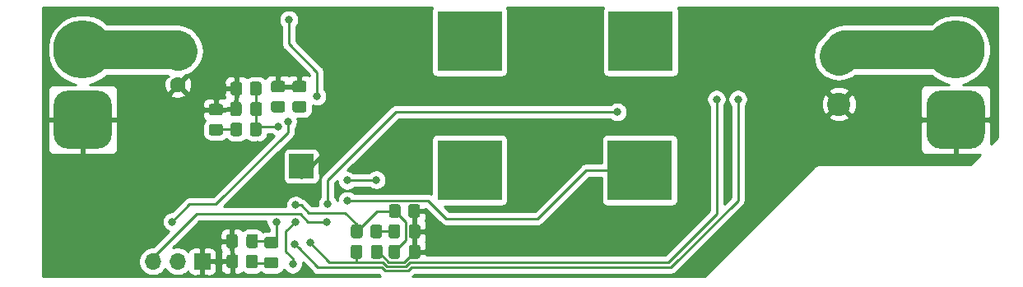
<source format=gbr>
%TF.GenerationSoftware,KiCad,Pcbnew,5.1.10*%
%TF.CreationDate,2021-11-10T11:11:15+01:00*%
%TF.ProjectId,Buck-Boost_12V,4275636b-2d42-46f6-9f73-745f3132562e,rev?*%
%TF.SameCoordinates,Original*%
%TF.FileFunction,Copper,L2,Bot*%
%TF.FilePolarity,Positive*%
%FSLAX46Y46*%
G04 Gerber Fmt 4.6, Leading zero omitted, Abs format (unit mm)*
G04 Created by KiCad (PCBNEW 5.1.10) date 2021-11-10 11:11:15*
%MOMM*%
%LPD*%
G01*
G04 APERTURE LIST*
%TA.AperFunction,SMDPad,CuDef*%
%ADD10R,2.500000X2.500000*%
%TD*%
%TA.AperFunction,ComponentPad*%
%ADD11C,0.500000*%
%TD*%
%TA.AperFunction,ComponentPad*%
%ADD12C,1.000000*%
%TD*%
%TA.AperFunction,SMDPad,CuDef*%
%ADD13R,6.598920X6.197600*%
%TD*%
%TA.AperFunction,ComponentPad*%
%ADD14O,1.700000X1.700000*%
%TD*%
%TA.AperFunction,ComponentPad*%
%ADD15R,1.700000X1.700000*%
%TD*%
%TA.AperFunction,ComponentPad*%
%ADD16C,6.000000*%
%TD*%
%TA.AperFunction,ComponentPad*%
%ADD17C,2.400000*%
%TD*%
%TA.AperFunction,ComponentPad*%
%ADD18R,2.400000X2.400000*%
%TD*%
%TA.AperFunction,ComponentPad*%
%ADD19C,1.600000*%
%TD*%
%TA.AperFunction,ComponentPad*%
%ADD20R,1.600000X1.600000*%
%TD*%
%TA.AperFunction,ViaPad*%
%ADD21C,0.800000*%
%TD*%
%TA.AperFunction,Conductor*%
%ADD22C,0.400000*%
%TD*%
%TA.AperFunction,Conductor*%
%ADD23C,0.250000*%
%TD*%
%TA.AperFunction,Conductor*%
%ADD24C,4.000000*%
%TD*%
%TA.AperFunction,Conductor*%
%ADD25C,0.254000*%
%TD*%
%TA.AperFunction,Conductor*%
%ADD26C,0.100000*%
%TD*%
G04 APERTURE END LIST*
D10*
%TO.P,U1,33*%
%TO.N,GND*%
X121100000Y-73500000D03*
D11*
X122100000Y-74500000D03*
X121100000Y-74500000D03*
X120100000Y-74500000D03*
X122100000Y-73500000D03*
X121100000Y-73500000D03*
X120100000Y-73500000D03*
X122100000Y-72500000D03*
X121100000Y-72500000D03*
X120100000Y-72500000D03*
%TD*%
%TO.P,R10,2*%
%TO.N,Net-(C11-Pad1)*%
%TA.AperFunction,SMDPad,CuDef*%
G36*
G01*
X128200000Y-80650001D02*
X128200000Y-79749999D01*
G75*
G02*
X128449999Y-79500000I249999J0D01*
G01*
X129150001Y-79500000D01*
G75*
G02*
X129400000Y-79749999I0J-249999D01*
G01*
X129400000Y-80650001D01*
G75*
G02*
X129150001Y-80900000I-249999J0D01*
G01*
X128449999Y-80900000D01*
G75*
G02*
X128200000Y-80650001I0J249999D01*
G01*
G37*
%TD.AperFunction*%
%TO.P,R10,1*%
%TO.N,Net-(C13-Pad1)*%
%TA.AperFunction,SMDPad,CuDef*%
G36*
G01*
X126200000Y-80650001D02*
X126200000Y-79749999D01*
G75*
G02*
X126449999Y-79500000I249999J0D01*
G01*
X127150001Y-79500000D01*
G75*
G02*
X127400000Y-79749999I0J-249999D01*
G01*
X127400000Y-80650001D01*
G75*
G02*
X127150001Y-80900000I-249999J0D01*
G01*
X126449999Y-80900000D01*
G75*
G02*
X126200000Y-80650001I0J249999D01*
G01*
G37*
%TD.AperFunction*%
%TD*%
%TO.P,R9,2*%
%TO.N,Net-(C10-Pad2)*%
%TA.AperFunction,SMDPad,CuDef*%
G36*
G01*
X115800000Y-65950001D02*
X115800000Y-65049999D01*
G75*
G02*
X116049999Y-64800000I249999J0D01*
G01*
X116750001Y-64800000D01*
G75*
G02*
X117000000Y-65049999I0J-249999D01*
G01*
X117000000Y-65950001D01*
G75*
G02*
X116750001Y-66200000I-249999J0D01*
G01*
X116049999Y-66200000D01*
G75*
G02*
X115800000Y-65950001I0J249999D01*
G01*
G37*
%TD.AperFunction*%
%TO.P,R9,1*%
%TO.N,GND*%
%TA.AperFunction,SMDPad,CuDef*%
G36*
G01*
X113800000Y-65950001D02*
X113800000Y-65049999D01*
G75*
G02*
X114049999Y-64800000I249999J0D01*
G01*
X114750001Y-64800000D01*
G75*
G02*
X115000000Y-65049999I0J-249999D01*
G01*
X115000000Y-65950001D01*
G75*
G02*
X114750001Y-66200000I-249999J0D01*
G01*
X114049999Y-66200000D01*
G75*
G02*
X113800000Y-65950001I0J249999D01*
G01*
G37*
%TD.AperFunction*%
%TD*%
%TO.P,R8,2*%
%TO.N,GND*%
%TA.AperFunction,SMDPad,CuDef*%
G36*
G01*
X132100000Y-78550001D02*
X132100000Y-77649999D01*
G75*
G02*
X132349999Y-77400000I249999J0D01*
G01*
X133050001Y-77400000D01*
G75*
G02*
X133300000Y-77649999I0J-249999D01*
G01*
X133300000Y-78550001D01*
G75*
G02*
X133050001Y-78800000I-249999J0D01*
G01*
X132349999Y-78800000D01*
G75*
G02*
X132100000Y-78550001I0J249999D01*
G01*
G37*
%TD.AperFunction*%
%TO.P,R8,1*%
%TO.N,Net-(C13-Pad1)*%
%TA.AperFunction,SMDPad,CuDef*%
G36*
G01*
X130100000Y-78550001D02*
X130100000Y-77649999D01*
G75*
G02*
X130349999Y-77400000I249999J0D01*
G01*
X131050001Y-77400000D01*
G75*
G02*
X131300000Y-77649999I0J-249999D01*
G01*
X131300000Y-78550001D01*
G75*
G02*
X131050001Y-78800000I-249999J0D01*
G01*
X130349999Y-78800000D01*
G75*
G02*
X130100000Y-78550001I0J249999D01*
G01*
G37*
%TD.AperFunction*%
%TD*%
%TO.P,R7,2*%
%TO.N,GND*%
%TA.AperFunction,SMDPad,CuDef*%
G36*
G01*
X114600000Y-82849999D02*
X114600000Y-83750001D01*
G75*
G02*
X114350001Y-84000000I-249999J0D01*
G01*
X113649999Y-84000000D01*
G75*
G02*
X113400000Y-83750001I0J249999D01*
G01*
X113400000Y-82849999D01*
G75*
G02*
X113649999Y-82600000I249999J0D01*
G01*
X114350001Y-82600000D01*
G75*
G02*
X114600000Y-82849999I0J-249999D01*
G01*
G37*
%TD.AperFunction*%
%TO.P,R7,1*%
%TO.N,Net-(C9-Pad2)*%
%TA.AperFunction,SMDPad,CuDef*%
G36*
G01*
X116600000Y-82849999D02*
X116600000Y-83750001D01*
G75*
G02*
X116350001Y-84000000I-249999J0D01*
G01*
X115649999Y-84000000D01*
G75*
G02*
X115400000Y-83750001I0J249999D01*
G01*
X115400000Y-82849999D01*
G75*
G02*
X115649999Y-82600000I249999J0D01*
G01*
X116350001Y-82600000D01*
G75*
G02*
X116600000Y-82849999I0J-249999D01*
G01*
G37*
%TD.AperFunction*%
%TD*%
%TO.P,R6,2*%
%TO.N,Net-(C8-Pad2)*%
%TA.AperFunction,SMDPad,CuDef*%
G36*
G01*
X115000000Y-69249999D02*
X115000000Y-70150001D01*
G75*
G02*
X114750001Y-70400000I-249999J0D01*
G01*
X114049999Y-70400000D01*
G75*
G02*
X113800000Y-70150001I0J249999D01*
G01*
X113800000Y-69249999D01*
G75*
G02*
X114049999Y-69000000I249999J0D01*
G01*
X114750001Y-69000000D01*
G75*
G02*
X115000000Y-69249999I0J-249999D01*
G01*
G37*
%TD.AperFunction*%
%TO.P,R6,1*%
%TO.N,Net-(C10-Pad2)*%
%TA.AperFunction,SMDPad,CuDef*%
G36*
G01*
X117000000Y-69249999D02*
X117000000Y-70150001D01*
G75*
G02*
X116750001Y-70400000I-249999J0D01*
G01*
X116049999Y-70400000D01*
G75*
G02*
X115800000Y-70150001I0J249999D01*
G01*
X115800000Y-69249999D01*
G75*
G02*
X116049999Y-69000000I249999J0D01*
G01*
X116750001Y-69000000D01*
G75*
G02*
X117000000Y-69249999I0J-249999D01*
G01*
G37*
%TD.AperFunction*%
%TD*%
D12*
%TO.P,Q4,2*%
%TO.N,Net-(C19-Pad2)*%
X157170000Y-71360000D03*
X158440000Y-72630000D03*
X155900000Y-73900000D03*
X155900000Y-76440000D03*
X154630000Y-76440000D03*
X155900000Y-71360000D03*
X157170000Y-76440000D03*
X157170000Y-75170000D03*
X157170000Y-73900000D03*
X158440000Y-76440000D03*
X154630000Y-75170000D03*
X154630000Y-73900000D03*
X154630000Y-72630000D03*
X157170000Y-72630000D03*
X158440000Y-73900000D03*
X158440000Y-75170000D03*
X158440000Y-71360000D03*
X153360000Y-75170000D03*
X153360000Y-76440000D03*
D13*
X155900000Y-73900000D03*
D12*
X155900000Y-75170000D03*
X154630000Y-71360000D03*
X153360000Y-71360000D03*
X153360000Y-72630000D03*
X153360000Y-73900000D03*
X155900000Y-72630000D03*
%TD*%
%TO.P,Q3,2*%
%TO.N,Net-(Q3-Pad2)*%
X157270000Y-58060000D03*
X158540000Y-59330000D03*
X156000000Y-60600000D03*
X156000000Y-63140000D03*
X154730000Y-63140000D03*
X156000000Y-58060000D03*
X157270000Y-63140000D03*
X157270000Y-61870000D03*
X157270000Y-60600000D03*
X158540000Y-63140000D03*
X154730000Y-61870000D03*
X154730000Y-60600000D03*
X154730000Y-59330000D03*
X157270000Y-59330000D03*
X158540000Y-60600000D03*
X158540000Y-61870000D03*
X158540000Y-58060000D03*
X153460000Y-61870000D03*
X153460000Y-63140000D03*
D13*
X156000000Y-60600000D03*
D12*
X156000000Y-61870000D03*
X154730000Y-58060000D03*
X153460000Y-58060000D03*
X153460000Y-59330000D03*
X153460000Y-60600000D03*
X156000000Y-59330000D03*
%TD*%
%TO.P,Q2,2*%
%TO.N,Net-(C17-Pad2)*%
X139670000Y-71360000D03*
X140940000Y-72630000D03*
X138400000Y-73900000D03*
X138400000Y-76440000D03*
X137130000Y-76440000D03*
X138400000Y-71360000D03*
X139670000Y-76440000D03*
X139670000Y-75170000D03*
X139670000Y-73900000D03*
X140940000Y-76440000D03*
X137130000Y-75170000D03*
X137130000Y-73900000D03*
X137130000Y-72630000D03*
X139670000Y-72630000D03*
X140940000Y-73900000D03*
X140940000Y-75170000D03*
X140940000Y-71360000D03*
X135860000Y-75170000D03*
X135860000Y-76440000D03*
D13*
X138400000Y-73900000D03*
D12*
X138400000Y-75170000D03*
X137130000Y-71360000D03*
X135860000Y-71360000D03*
X135860000Y-72630000D03*
X135860000Y-73900000D03*
X138400000Y-72630000D03*
%TD*%
%TO.P,Q1,2*%
%TO.N,Net-(Q1-Pad2)*%
X139670000Y-58060000D03*
X140940000Y-59330000D03*
X138400000Y-60600000D03*
X138400000Y-63140000D03*
X137130000Y-63140000D03*
X138400000Y-58060000D03*
X139670000Y-63140000D03*
X139670000Y-61870000D03*
X139670000Y-60600000D03*
X140940000Y-63140000D03*
X137130000Y-61870000D03*
X137130000Y-60600000D03*
X137130000Y-59330000D03*
X139670000Y-59330000D03*
X140940000Y-60600000D03*
X140940000Y-61870000D03*
X140940000Y-58060000D03*
X135860000Y-61870000D03*
X135860000Y-63140000D03*
D13*
X138400000Y-60600000D03*
D12*
X138400000Y-61870000D03*
X137130000Y-58060000D03*
X135860000Y-58060000D03*
X135860000Y-59330000D03*
X135860000Y-60600000D03*
X138400000Y-59330000D03*
%TD*%
D14*
%TO.P,J3,3*%
%TO.N,/PGOOD*%
X105820000Y-83300000D03*
%TO.P,J3,2*%
%TO.N,/EN*%
X108360000Y-83300000D03*
D15*
%TO.P,J3,1*%
%TO.N,GND*%
X110900000Y-83300000D03*
%TD*%
%TO.P,J2,1*%
%TO.N,GND*%
%TA.AperFunction,ComponentPad*%
G36*
G01*
X189900000Y-71700000D02*
X186900000Y-71700000D01*
G75*
G02*
X185400000Y-70200000I0J1500000D01*
G01*
X185400000Y-67200000D01*
G75*
G02*
X186900000Y-65700000I1500000J0D01*
G01*
X189900000Y-65700000D01*
G75*
G02*
X191400000Y-67200000I0J-1500000D01*
G01*
X191400000Y-70200000D01*
G75*
G02*
X189900000Y-71700000I-1500000J0D01*
G01*
G37*
%TD.AperFunction*%
D16*
%TO.P,J2,2*%
%TO.N,/VOUT*%
X188400000Y-61500000D03*
%TD*%
%TO.P,J1,1*%
%TO.N,GND*%
%TA.AperFunction,ComponentPad*%
G36*
G01*
X100100000Y-71700000D02*
X97100000Y-71700000D01*
G75*
G02*
X95600000Y-70200000I0J1500000D01*
G01*
X95600000Y-67200000D01*
G75*
G02*
X97100000Y-65700000I1500000J0D01*
G01*
X100100000Y-65700000D01*
G75*
G02*
X101600000Y-67200000I0J-1500000D01*
G01*
X101600000Y-70200000D01*
G75*
G02*
X100100000Y-71700000I-1500000J0D01*
G01*
G37*
%TD.AperFunction*%
%TO.P,J1,2*%
%TO.N,/VIN*%
X98600000Y-61500000D03*
%TD*%
D17*
%TO.P,C22,2*%
%TO.N,GND*%
X176400000Y-67100000D03*
D18*
%TO.P,C22,1*%
%TO.N,/VOUT*%
X176400000Y-62100000D03*
%TD*%
%TO.P,C16,2*%
%TO.N,Net-(C16-Pad2)*%
%TA.AperFunction,SMDPad,CuDef*%
G36*
G01*
X118225000Y-66787500D02*
X119175000Y-66787500D01*
G75*
G02*
X119425000Y-67037500I0J-250000D01*
G01*
X119425000Y-67712500D01*
G75*
G02*
X119175000Y-67962500I-250000J0D01*
G01*
X118225000Y-67962500D01*
G75*
G02*
X117975000Y-67712500I0J250000D01*
G01*
X117975000Y-67037500D01*
G75*
G02*
X118225000Y-66787500I250000J0D01*
G01*
G37*
%TD.AperFunction*%
%TO.P,C16,1*%
%TO.N,GND*%
%TA.AperFunction,SMDPad,CuDef*%
G36*
G01*
X118225000Y-64712500D02*
X119175000Y-64712500D01*
G75*
G02*
X119425000Y-64962500I0J-250000D01*
G01*
X119425000Y-65637500D01*
G75*
G02*
X119175000Y-65887500I-250000J0D01*
G01*
X118225000Y-65887500D01*
G75*
G02*
X117975000Y-65637500I0J250000D01*
G01*
X117975000Y-64962500D01*
G75*
G02*
X118225000Y-64712500I250000J0D01*
G01*
G37*
%TD.AperFunction*%
%TD*%
%TO.P,C14,2*%
%TO.N,GND*%
%TA.AperFunction,SMDPad,CuDef*%
G36*
G01*
X128250000Y-82775000D02*
X128250000Y-81825000D01*
G75*
G02*
X128500000Y-81575000I250000J0D01*
G01*
X129175000Y-81575000D01*
G75*
G02*
X129425000Y-81825000I0J-250000D01*
G01*
X129425000Y-82775000D01*
G75*
G02*
X129175000Y-83025000I-250000J0D01*
G01*
X128500000Y-83025000D01*
G75*
G02*
X128250000Y-82775000I0J250000D01*
G01*
G37*
%TD.AperFunction*%
%TO.P,C14,1*%
%TO.N,Net-(C14-Pad1)*%
%TA.AperFunction,SMDPad,CuDef*%
G36*
G01*
X126175000Y-82775000D02*
X126175000Y-81825000D01*
G75*
G02*
X126425000Y-81575000I250000J0D01*
G01*
X127100000Y-81575000D01*
G75*
G02*
X127350000Y-81825000I0J-250000D01*
G01*
X127350000Y-82775000D01*
G75*
G02*
X127100000Y-83025000I-250000J0D01*
G01*
X126425000Y-83025000D01*
G75*
G02*
X126175000Y-82775000I0J250000D01*
G01*
G37*
%TD.AperFunction*%
%TD*%
%TO.P,C13,2*%
%TO.N,GND*%
%TA.AperFunction,SMDPad,CuDef*%
G36*
G01*
X132150000Y-82775000D02*
X132150000Y-81825000D01*
G75*
G02*
X132400000Y-81575000I250000J0D01*
G01*
X133075000Y-81575000D01*
G75*
G02*
X133325000Y-81825000I0J-250000D01*
G01*
X133325000Y-82775000D01*
G75*
G02*
X133075000Y-83025000I-250000J0D01*
G01*
X132400000Y-83025000D01*
G75*
G02*
X132150000Y-82775000I0J250000D01*
G01*
G37*
%TD.AperFunction*%
%TO.P,C13,1*%
%TO.N,Net-(C13-Pad1)*%
%TA.AperFunction,SMDPad,CuDef*%
G36*
G01*
X130075000Y-82775000D02*
X130075000Y-81825000D01*
G75*
G02*
X130325000Y-81575000I250000J0D01*
G01*
X131000000Y-81575000D01*
G75*
G02*
X131250000Y-81825000I0J-250000D01*
G01*
X131250000Y-82775000D01*
G75*
G02*
X131000000Y-83025000I-250000J0D01*
G01*
X130325000Y-83025000D01*
G75*
G02*
X130075000Y-82775000I0J250000D01*
G01*
G37*
%TD.AperFunction*%
%TD*%
%TO.P,C12,2*%
%TO.N,Net-(C12-Pad2)*%
%TA.AperFunction,SMDPad,CuDef*%
G36*
G01*
X120425000Y-66787500D02*
X121375000Y-66787500D01*
G75*
G02*
X121625000Y-67037500I0J-250000D01*
G01*
X121625000Y-67712500D01*
G75*
G02*
X121375000Y-67962500I-250000J0D01*
G01*
X120425000Y-67962500D01*
G75*
G02*
X120175000Y-67712500I0J250000D01*
G01*
X120175000Y-67037500D01*
G75*
G02*
X120425000Y-66787500I250000J0D01*
G01*
G37*
%TD.AperFunction*%
%TO.P,C12,1*%
%TO.N,GND*%
%TA.AperFunction,SMDPad,CuDef*%
G36*
G01*
X120425000Y-64712500D02*
X121375000Y-64712500D01*
G75*
G02*
X121625000Y-64962500I0J-250000D01*
G01*
X121625000Y-65637500D01*
G75*
G02*
X121375000Y-65887500I-250000J0D01*
G01*
X120425000Y-65887500D01*
G75*
G02*
X120175000Y-65637500I0J250000D01*
G01*
X120175000Y-64962500D01*
G75*
G02*
X120425000Y-64712500I250000J0D01*
G01*
G37*
%TD.AperFunction*%
%TD*%
%TO.P,C11,2*%
%TO.N,GND*%
%TA.AperFunction,SMDPad,CuDef*%
G36*
G01*
X132150000Y-80675000D02*
X132150000Y-79725000D01*
G75*
G02*
X132400000Y-79475000I250000J0D01*
G01*
X133075000Y-79475000D01*
G75*
G02*
X133325000Y-79725000I0J-250000D01*
G01*
X133325000Y-80675000D01*
G75*
G02*
X133075000Y-80925000I-250000J0D01*
G01*
X132400000Y-80925000D01*
G75*
G02*
X132150000Y-80675000I0J250000D01*
G01*
G37*
%TD.AperFunction*%
%TO.P,C11,1*%
%TO.N,Net-(C11-Pad1)*%
%TA.AperFunction,SMDPad,CuDef*%
G36*
G01*
X130075000Y-80675000D02*
X130075000Y-79725000D01*
G75*
G02*
X130325000Y-79475000I250000J0D01*
G01*
X131000000Y-79475000D01*
G75*
G02*
X131250000Y-79725000I0J-250000D01*
G01*
X131250000Y-80675000D01*
G75*
G02*
X131000000Y-80925000I-250000J0D01*
G01*
X130325000Y-80925000D01*
G75*
G02*
X130075000Y-80675000I0J250000D01*
G01*
G37*
%TD.AperFunction*%
%TD*%
%TO.P,C10,2*%
%TO.N,Net-(C10-Pad2)*%
%TA.AperFunction,SMDPad,CuDef*%
G36*
G01*
X115850000Y-68075000D02*
X115850000Y-67125000D01*
G75*
G02*
X116100000Y-66875000I250000J0D01*
G01*
X116775000Y-66875000D01*
G75*
G02*
X117025000Y-67125000I0J-250000D01*
G01*
X117025000Y-68075000D01*
G75*
G02*
X116775000Y-68325000I-250000J0D01*
G01*
X116100000Y-68325000D01*
G75*
G02*
X115850000Y-68075000I0J250000D01*
G01*
G37*
%TD.AperFunction*%
%TO.P,C10,1*%
%TO.N,GND*%
%TA.AperFunction,SMDPad,CuDef*%
G36*
G01*
X113775000Y-68075000D02*
X113775000Y-67125000D01*
G75*
G02*
X114025000Y-66875000I250000J0D01*
G01*
X114700000Y-66875000D01*
G75*
G02*
X114950000Y-67125000I0J-250000D01*
G01*
X114950000Y-68075000D01*
G75*
G02*
X114700000Y-68325000I-250000J0D01*
G01*
X114025000Y-68325000D01*
G75*
G02*
X113775000Y-68075000I0J250000D01*
G01*
G37*
%TD.AperFunction*%
%TD*%
%TO.P,C9,2*%
%TO.N,Net-(C9-Pad2)*%
%TA.AperFunction,SMDPad,CuDef*%
G36*
G01*
X117525000Y-82850000D02*
X118475000Y-82850000D01*
G75*
G02*
X118725000Y-83100000I0J-250000D01*
G01*
X118725000Y-83775000D01*
G75*
G02*
X118475000Y-84025000I-250000J0D01*
G01*
X117525000Y-84025000D01*
G75*
G02*
X117275000Y-83775000I0J250000D01*
G01*
X117275000Y-83100000D01*
G75*
G02*
X117525000Y-82850000I250000J0D01*
G01*
G37*
%TD.AperFunction*%
%TO.P,C9,1*%
%TO.N,Net-(C7-Pad1)*%
%TA.AperFunction,SMDPad,CuDef*%
G36*
G01*
X117525000Y-80775000D02*
X118475000Y-80775000D01*
G75*
G02*
X118725000Y-81025000I0J-250000D01*
G01*
X118725000Y-81700000D01*
G75*
G02*
X118475000Y-81950000I-250000J0D01*
G01*
X117525000Y-81950000D01*
G75*
G02*
X117275000Y-81700000I0J250000D01*
G01*
X117275000Y-81025000D01*
G75*
G02*
X117525000Y-80775000I250000J0D01*
G01*
G37*
%TD.AperFunction*%
%TD*%
%TO.P,C8,2*%
%TO.N,Net-(C8-Pad2)*%
%TA.AperFunction,SMDPad,CuDef*%
G36*
G01*
X111825000Y-69150000D02*
X112775000Y-69150000D01*
G75*
G02*
X113025000Y-69400000I0J-250000D01*
G01*
X113025000Y-70075000D01*
G75*
G02*
X112775000Y-70325000I-250000J0D01*
G01*
X111825000Y-70325000D01*
G75*
G02*
X111575000Y-70075000I0J250000D01*
G01*
X111575000Y-69400000D01*
G75*
G02*
X111825000Y-69150000I250000J0D01*
G01*
G37*
%TD.AperFunction*%
%TO.P,C8,1*%
%TO.N,GND*%
%TA.AperFunction,SMDPad,CuDef*%
G36*
G01*
X111825000Y-67075000D02*
X112775000Y-67075000D01*
G75*
G02*
X113025000Y-67325000I0J-250000D01*
G01*
X113025000Y-68000000D01*
G75*
G02*
X112775000Y-68250000I-250000J0D01*
G01*
X111825000Y-68250000D01*
G75*
G02*
X111575000Y-68000000I0J250000D01*
G01*
X111575000Y-67325000D01*
G75*
G02*
X111825000Y-67075000I250000J0D01*
G01*
G37*
%TD.AperFunction*%
%TD*%
%TO.P,C7,2*%
%TO.N,GND*%
%TA.AperFunction,SMDPad,CuDef*%
G36*
G01*
X114550000Y-80725000D02*
X114550000Y-81675000D01*
G75*
G02*
X114300000Y-81925000I-250000J0D01*
G01*
X113625000Y-81925000D01*
G75*
G02*
X113375000Y-81675000I0J250000D01*
G01*
X113375000Y-80725000D01*
G75*
G02*
X113625000Y-80475000I250000J0D01*
G01*
X114300000Y-80475000D01*
G75*
G02*
X114550000Y-80725000I0J-250000D01*
G01*
G37*
%TD.AperFunction*%
%TO.P,C7,1*%
%TO.N,Net-(C7-Pad1)*%
%TA.AperFunction,SMDPad,CuDef*%
G36*
G01*
X116625000Y-80725000D02*
X116625000Y-81675000D01*
G75*
G02*
X116375000Y-81925000I-250000J0D01*
G01*
X115700000Y-81925000D01*
G75*
G02*
X115450000Y-81675000I0J250000D01*
G01*
X115450000Y-80725000D01*
G75*
G02*
X115700000Y-80475000I250000J0D01*
G01*
X116375000Y-80475000D01*
G75*
G02*
X116625000Y-80725000I0J-250000D01*
G01*
G37*
%TD.AperFunction*%
%TD*%
D19*
%TO.P,C1,2*%
%TO.N,GND*%
X108400000Y-65100000D03*
D20*
%TO.P,C1,1*%
%TO.N,/VIN*%
X108400000Y-61600000D03*
%TD*%
D21*
%TO.N,GND*%
X132800000Y-82300000D03*
X116600000Y-71300000D03*
X142600000Y-80300000D03*
X142600000Y-81200000D03*
X142600000Y-82100000D03*
X143500000Y-82100000D03*
X143500000Y-81200000D03*
X143500000Y-80300000D03*
X144400000Y-80300000D03*
X144400000Y-81200000D03*
X144400000Y-82100000D03*
X145300000Y-82100000D03*
X145300000Y-81200000D03*
X145300000Y-80300000D03*
X125300000Y-70300000D03*
X130800000Y-70300000D03*
X126800000Y-64500000D03*
X127800000Y-64500000D03*
X133700000Y-57700000D03*
X132800000Y-57700000D03*
X131900000Y-57700000D03*
X131000000Y-57700000D03*
X130100000Y-57700000D03*
X129200000Y-57700000D03*
X128300000Y-57700000D03*
X160200000Y-79400000D03*
X160900000Y-78700000D03*
X161600000Y-78000000D03*
X162300000Y-77300000D03*
X161600000Y-76600000D03*
X160900000Y-77300000D03*
X160200000Y-78000000D03*
X159500000Y-78700000D03*
X160700000Y-76000000D03*
%TO.N,Net-(C7-Pad1)*%
X118500000Y-79200000D03*
%TO.N,Net-(C10-Pad2)*%
X118673022Y-69400000D03*
%TO.N,Net-(C12-Pad2)*%
X120850000Y-67350000D03*
%TO.N,Net-(C13-Pad1)*%
X120500000Y-77500000D03*
%TO.N,Net-(C14-Pad1)*%
X163800000Y-66600000D03*
X122000000Y-81400000D03*
%TO.N,Net-(C15-Pad1)*%
X166000000Y-66600000D03*
X120400000Y-81500000D03*
%TO.N,Net-(C16-Pad2)*%
X118700000Y-67300000D03*
%TO.N,Net-(C19-Pad2)*%
X125800000Y-77037500D03*
%TO.N,Net-(C19-Pad1)*%
X128800000Y-74900000D03*
X125800000Y-74962500D03*
%TO.N,Net-(C20-Pad2)*%
X119800000Y-58400000D03*
X122700000Y-66300000D03*
%TO.N,/PGOOD*%
X123700000Y-79200000D03*
%TO.N,/EN*%
X119700000Y-68900000D03*
X107800000Y-79200000D03*
%TO.N,Net-(Q3-Pad1)*%
X123800000Y-77400000D03*
X153600000Y-67900000D03*
%TO.N,Net-(R15-Pad1)*%
X120200000Y-83600000D03*
X120500000Y-79200000D03*
%TD*%
D22*
%TO.N,GND*%
X122100000Y-73500000D02*
X125300000Y-70300000D01*
X121100000Y-73500000D02*
X122100000Y-73500000D01*
D23*
X129036810Y-82300000D02*
X130086820Y-83350010D01*
X131687490Y-83350010D02*
X132737500Y-82300000D01*
X130086820Y-83350010D02*
X131687490Y-83350010D01*
X128837500Y-82300000D02*
X129036810Y-82300000D01*
D24*
%TO.N,/VIN*%
X108300000Y-61500000D02*
X108400000Y-61600000D01*
X98600000Y-61500000D02*
X108300000Y-61500000D01*
D23*
%TO.N,Net-(C7-Pad1)*%
X117837500Y-81200000D02*
X118000000Y-81362500D01*
X116037500Y-81200000D02*
X117837500Y-81200000D01*
X118500000Y-80862500D02*
X118000000Y-81362500D01*
X118500000Y-79200000D02*
X118500000Y-80862500D01*
%TO.N,Net-(C8-Pad2)*%
X112337500Y-69700000D02*
X112300000Y-69737500D01*
X114400000Y-69700000D02*
X112337500Y-69700000D01*
%TO.N,Net-(C9-Pad2)*%
X116137500Y-83437500D02*
X116000000Y-83300000D01*
X118000000Y-83437500D02*
X116137500Y-83437500D01*
%TO.N,Net-(C10-Pad2)*%
X116437500Y-69662500D02*
X116400000Y-69700000D01*
X116437500Y-67600000D02*
X116437500Y-69662500D01*
X116400000Y-67562500D02*
X116437500Y-67600000D01*
X116400000Y-65500000D02*
X116400000Y-67562500D01*
X116700000Y-69400000D02*
X116400000Y-69700000D01*
X118673022Y-69400000D02*
X116700000Y-69400000D01*
%TO.N,Net-(C11-Pad1)*%
X130662500Y-80200000D02*
X128800000Y-80200000D01*
%TO.N,Net-(C13-Pad1)*%
X131824990Y-79224990D02*
X130700000Y-78100000D01*
X131824990Y-81137510D02*
X131824990Y-79224990D01*
X130662500Y-82300000D02*
X131824990Y-81137510D01*
X128900000Y-78100000D02*
X126800000Y-80200000D01*
X130700000Y-78100000D02*
X128900000Y-78100000D01*
X126800000Y-80200000D02*
X126800000Y-79500000D01*
X121065685Y-77500000D02*
X120500000Y-77500000D01*
X126800000Y-79500000D02*
X125600000Y-78300000D01*
X125600000Y-78300000D02*
X121865685Y-78300000D01*
X121865685Y-78300000D02*
X121065685Y-77500000D01*
%TO.N,Net-(C14-Pad1)*%
X124000000Y-83400000D02*
X122000000Y-81400000D01*
X122000000Y-81400000D02*
X122000000Y-81400000D01*
X126762500Y-83337500D02*
X126700000Y-83400000D01*
X126762500Y-82300000D02*
X126762500Y-83337500D01*
X126700000Y-83400000D02*
X124000000Y-83400000D01*
X129900420Y-83800021D02*
X129500399Y-83400000D01*
X163800000Y-66600000D02*
X163800000Y-78400000D01*
X129500399Y-83400000D02*
X126700000Y-83400000D01*
X163800000Y-78400000D02*
X158800000Y-83400000D01*
X131873890Y-83800021D02*
X129900420Y-83800021D01*
X132273910Y-83400000D02*
X131873890Y-83800021D01*
X158800000Y-83400000D02*
X132273910Y-83400000D01*
%TO.N,Net-(C15-Pad1)*%
X120400000Y-81500000D02*
X120400000Y-81500000D01*
X132410322Y-83900000D02*
X132060290Y-84250032D01*
X120799999Y-81899999D02*
X120400000Y-81500000D01*
X166000000Y-66600000D02*
X166000000Y-77000000D01*
X122813199Y-83913199D02*
X120799999Y-81899999D01*
X129377188Y-83913199D02*
X122813199Y-83913199D01*
X159100000Y-83900000D02*
X132410322Y-83900000D01*
X129714020Y-84250032D02*
X129377188Y-83913199D01*
X132060290Y-84250032D02*
X129714020Y-84250032D01*
X166000000Y-77000000D02*
X159100000Y-83900000D01*
%TO.N,Net-(C19-Pad2)*%
X150400000Y-73900000D02*
X155900000Y-73900000D01*
X145400000Y-78900000D02*
X150400000Y-73900000D01*
X136000000Y-78900000D02*
X145400000Y-78900000D01*
X134137500Y-77037500D02*
X136000000Y-78900000D01*
X125800000Y-77037500D02*
X134137500Y-77037500D01*
%TO.N,Net-(C19-Pad1)*%
X125862500Y-74900000D02*
X125800000Y-74962500D01*
X128800000Y-74900000D02*
X125862500Y-74900000D01*
%TO.N,Net-(C20-Pad2)*%
X119800000Y-58400000D02*
X119800000Y-60900000D01*
X119800000Y-60900000D02*
X122700000Y-63800000D01*
X122700000Y-63800000D02*
X122700000Y-66300000D01*
X122700000Y-66300000D02*
X122700000Y-66300000D01*
D24*
%TO.N,/VOUT*%
X177000000Y-61500000D02*
X176400000Y-62100000D01*
X188400000Y-61500000D02*
X177000000Y-61500000D01*
D23*
%TO.N,/PGOOD*%
X105820000Y-82880000D02*
X105820000Y-83300000D01*
X110300000Y-78400000D02*
X105820000Y-82880000D01*
X121000000Y-78400000D02*
X110300000Y-78400000D01*
X121800000Y-79200000D02*
X121000000Y-78400000D01*
X123700000Y-79200000D02*
X121800000Y-79200000D01*
%TO.N,/EN*%
X119700000Y-68900000D02*
X119700000Y-70000000D01*
X119700000Y-70000000D02*
X112300000Y-77400000D01*
X112300000Y-77400000D02*
X109600000Y-77400000D01*
X109600000Y-77400000D02*
X107800000Y-79200000D01*
X107800000Y-79200000D02*
X107800000Y-79200000D01*
%TO.N,Net-(Q3-Pad1)*%
X123800000Y-77400000D02*
X123800000Y-74900000D01*
X123800000Y-74900000D02*
X130800000Y-67900000D01*
X130800000Y-67900000D02*
X153600000Y-67900000D01*
X153600000Y-67900000D02*
X153600000Y-67900000D01*
%TO.N,Net-(R15-Pad1)*%
X120200000Y-83600000D02*
X120200000Y-83000000D01*
X120200000Y-83000000D02*
X119500000Y-82300000D01*
X119500000Y-80200000D02*
X120500000Y-79200000D01*
X119500000Y-82300000D02*
X119500000Y-80200000D01*
%TD*%
D25*
%TO.N,GND*%
X134511038Y-57257020D02*
X134474728Y-57376718D01*
X134462468Y-57501200D01*
X134462468Y-63698800D01*
X134474728Y-63823282D01*
X134511038Y-63942980D01*
X134570003Y-64053294D01*
X134649355Y-64149985D01*
X134746046Y-64229337D01*
X134856360Y-64288302D01*
X134976058Y-64324612D01*
X135100540Y-64336872D01*
X141699460Y-64336872D01*
X141823942Y-64324612D01*
X141943640Y-64288302D01*
X142053954Y-64229337D01*
X142150645Y-64149985D01*
X142229997Y-64053294D01*
X142288962Y-63942980D01*
X142325272Y-63823282D01*
X142337532Y-63698800D01*
X142337532Y-57501200D01*
X142325272Y-57376718D01*
X142288962Y-57257020D01*
X142237103Y-57160000D01*
X152162897Y-57160000D01*
X152111038Y-57257020D01*
X152074728Y-57376718D01*
X152062468Y-57501200D01*
X152062468Y-63698800D01*
X152074728Y-63823282D01*
X152111038Y-63942980D01*
X152170003Y-64053294D01*
X152249355Y-64149985D01*
X152346046Y-64229337D01*
X152456360Y-64288302D01*
X152576058Y-64324612D01*
X152700540Y-64336872D01*
X159299460Y-64336872D01*
X159423942Y-64324612D01*
X159543640Y-64288302D01*
X159653954Y-64229337D01*
X159750645Y-64149985D01*
X159829997Y-64053294D01*
X159888962Y-63942980D01*
X159925272Y-63823282D01*
X159937532Y-63698800D01*
X159937532Y-62100000D01*
X173752252Y-62100000D01*
X173803127Y-62616549D01*
X173953799Y-63113249D01*
X174198478Y-63571010D01*
X174527759Y-63972241D01*
X174928990Y-64301522D01*
X175386751Y-64546201D01*
X175883451Y-64696873D01*
X176400000Y-64747748D01*
X176916549Y-64696873D01*
X177413249Y-64546201D01*
X177871010Y-64301522D01*
X178073918Y-64135000D01*
X185894334Y-64135000D01*
X186082823Y-64323489D01*
X186678182Y-64721295D01*
X187339710Y-64995309D01*
X187687643Y-65064517D01*
X185400000Y-65061928D01*
X185275518Y-65074188D01*
X185155820Y-65110498D01*
X185045506Y-65169463D01*
X184948815Y-65248815D01*
X184869463Y-65345506D01*
X184810498Y-65455820D01*
X184774188Y-65575518D01*
X184761928Y-65700000D01*
X184765000Y-68414250D01*
X184923750Y-68573000D01*
X188273000Y-68573000D01*
X188273000Y-68553000D01*
X188527000Y-68553000D01*
X188527000Y-68573000D01*
X191876250Y-68573000D01*
X192035000Y-68414250D01*
X192038072Y-65700000D01*
X192025812Y-65575518D01*
X191989502Y-65455820D01*
X191930537Y-65345506D01*
X191851185Y-65248815D01*
X191754494Y-65169463D01*
X191644180Y-65110498D01*
X191524482Y-65074188D01*
X191400000Y-65061928D01*
X189112357Y-65064517D01*
X189460290Y-64995309D01*
X190121818Y-64721295D01*
X190717177Y-64323489D01*
X191223489Y-63817177D01*
X191621295Y-63221818D01*
X191895309Y-62560290D01*
X192035000Y-61858016D01*
X192035000Y-61141984D01*
X191895309Y-60439710D01*
X191621295Y-59778182D01*
X191223489Y-59182823D01*
X190717177Y-58676511D01*
X190121818Y-58278705D01*
X189460290Y-58004691D01*
X188758016Y-57865000D01*
X188041984Y-57865000D01*
X187339710Y-58004691D01*
X186678182Y-58278705D01*
X186082823Y-58676511D01*
X185894334Y-58865000D01*
X177129433Y-58865000D01*
X176999999Y-58852252D01*
X176870565Y-58865000D01*
X176870558Y-58865000D01*
X176534958Y-58898054D01*
X176483449Y-58903127D01*
X176235100Y-58978463D01*
X175986750Y-59053799D01*
X175528989Y-59298477D01*
X175127759Y-59627759D01*
X175045242Y-59728306D01*
X174445245Y-60328303D01*
X174198478Y-60628990D01*
X173953799Y-61086751D01*
X173803127Y-61583451D01*
X173752252Y-62100000D01*
X159937532Y-62100000D01*
X159937532Y-57501200D01*
X159925272Y-57376718D01*
X159888962Y-57257020D01*
X159837103Y-57160000D01*
X192740000Y-57160000D01*
X192740001Y-70526618D01*
X192037539Y-71229080D01*
X192035000Y-68985750D01*
X191876250Y-68827000D01*
X188527000Y-68827000D01*
X188527000Y-72176250D01*
X188685750Y-72335000D01*
X190929081Y-72337539D01*
X189926620Y-73340000D01*
X174332409Y-73340000D01*
X174300000Y-73336808D01*
X174267591Y-73340000D01*
X174267581Y-73340000D01*
X174170617Y-73349550D01*
X174046207Y-73387290D01*
X173931550Y-73448575D01*
X173868889Y-73500000D01*
X173831052Y-73531052D01*
X173810388Y-73556231D01*
X162526620Y-84840000D01*
X132539406Y-84840000D01*
X132600291Y-84790033D01*
X132624094Y-84761029D01*
X132725123Y-84660000D01*
X159062678Y-84660000D01*
X159100000Y-84663676D01*
X159137322Y-84660000D01*
X159137333Y-84660000D01*
X159248986Y-84649003D01*
X159392247Y-84605546D01*
X159524276Y-84534974D01*
X159640001Y-84440001D01*
X159663804Y-84410997D01*
X166511003Y-77563799D01*
X166540001Y-77540001D01*
X166634974Y-77424276D01*
X166705546Y-77292247D01*
X166749003Y-77148986D01*
X166760000Y-77037333D01*
X166763677Y-77000000D01*
X166760000Y-76962667D01*
X166760000Y-71700000D01*
X184761928Y-71700000D01*
X184774188Y-71824482D01*
X184810498Y-71944180D01*
X184869463Y-72054494D01*
X184948815Y-72151185D01*
X185045506Y-72230537D01*
X185155820Y-72289502D01*
X185275518Y-72325812D01*
X185400000Y-72338072D01*
X188114250Y-72335000D01*
X188273000Y-72176250D01*
X188273000Y-68827000D01*
X184923750Y-68827000D01*
X184765000Y-68985750D01*
X184761928Y-71700000D01*
X166760000Y-71700000D01*
X166760000Y-68377980D01*
X175301626Y-68377980D01*
X175421514Y-68662836D01*
X175745210Y-68823699D01*
X176094069Y-68918322D01*
X176454684Y-68943067D01*
X176813198Y-68896985D01*
X177155833Y-68781846D01*
X177378486Y-68662836D01*
X177498374Y-68377980D01*
X176400000Y-67279605D01*
X175301626Y-68377980D01*
X166760000Y-68377980D01*
X166760000Y-67303711D01*
X166803937Y-67259774D01*
X166874155Y-67154684D01*
X174556933Y-67154684D01*
X174603015Y-67513198D01*
X174718154Y-67855833D01*
X174837164Y-68078486D01*
X175122020Y-68198374D01*
X176220395Y-67100000D01*
X176579605Y-67100000D01*
X177677980Y-68198374D01*
X177962836Y-68078486D01*
X178123699Y-67754790D01*
X178218322Y-67405931D01*
X178243067Y-67045316D01*
X178196985Y-66686802D01*
X178081846Y-66344167D01*
X177962836Y-66121514D01*
X177677980Y-66001626D01*
X176579605Y-67100000D01*
X176220395Y-67100000D01*
X175122020Y-66001626D01*
X174837164Y-66121514D01*
X174676301Y-66445210D01*
X174581678Y-66794069D01*
X174556933Y-67154684D01*
X166874155Y-67154684D01*
X166917205Y-67090256D01*
X166995226Y-66901898D01*
X167035000Y-66701939D01*
X167035000Y-66498061D01*
X166995226Y-66298102D01*
X166917205Y-66109744D01*
X166803937Y-65940226D01*
X166685731Y-65822020D01*
X175301626Y-65822020D01*
X176400000Y-66920395D01*
X177498374Y-65822020D01*
X177378486Y-65537164D01*
X177054790Y-65376301D01*
X176705931Y-65281678D01*
X176345316Y-65256933D01*
X175986802Y-65303015D01*
X175644167Y-65418154D01*
X175421514Y-65537164D01*
X175301626Y-65822020D01*
X166685731Y-65822020D01*
X166659774Y-65796063D01*
X166490256Y-65682795D01*
X166301898Y-65604774D01*
X166101939Y-65565000D01*
X165898061Y-65565000D01*
X165698102Y-65604774D01*
X165509744Y-65682795D01*
X165340226Y-65796063D01*
X165196063Y-65940226D01*
X165082795Y-66109744D01*
X165004774Y-66298102D01*
X164965000Y-66498061D01*
X164965000Y-66701939D01*
X165004774Y-66901898D01*
X165082795Y-67090256D01*
X165196063Y-67259774D01*
X165240000Y-67303711D01*
X165240001Y-76685197D01*
X164560000Y-77365198D01*
X164560000Y-67303711D01*
X164603937Y-67259774D01*
X164717205Y-67090256D01*
X164795226Y-66901898D01*
X164835000Y-66701939D01*
X164835000Y-66498061D01*
X164795226Y-66298102D01*
X164717205Y-66109744D01*
X164603937Y-65940226D01*
X164459774Y-65796063D01*
X164290256Y-65682795D01*
X164101898Y-65604774D01*
X163901939Y-65565000D01*
X163698061Y-65565000D01*
X163498102Y-65604774D01*
X163309744Y-65682795D01*
X163140226Y-65796063D01*
X162996063Y-65940226D01*
X162882795Y-66109744D01*
X162804774Y-66298102D01*
X162765000Y-66498061D01*
X162765000Y-66701939D01*
X162804774Y-66901898D01*
X162882795Y-67090256D01*
X162996063Y-67259774D01*
X163040000Y-67303711D01*
X163040001Y-78085197D01*
X158485199Y-82640000D01*
X133960379Y-82640000D01*
X133960000Y-82585750D01*
X133801250Y-82427000D01*
X132864500Y-82427000D01*
X132864500Y-82447000D01*
X132610500Y-82447000D01*
X132610500Y-82427000D01*
X132590500Y-82427000D01*
X132590500Y-82173000D01*
X132610500Y-82173000D01*
X132610500Y-80327000D01*
X132864500Y-80327000D01*
X132864500Y-82173000D01*
X133801250Y-82173000D01*
X133960000Y-82014250D01*
X133963072Y-81575000D01*
X133950812Y-81450518D01*
X133914502Y-81330820D01*
X133871302Y-81250000D01*
X133914502Y-81169180D01*
X133950812Y-81049482D01*
X133963072Y-80925000D01*
X133960000Y-80485750D01*
X133801250Y-80327000D01*
X132864500Y-80327000D01*
X132610500Y-80327000D01*
X132590500Y-80327000D01*
X132590500Y-80073000D01*
X132610500Y-80073000D01*
X132610500Y-78998750D01*
X132573000Y-78961250D01*
X132573000Y-78227000D01*
X132827000Y-78227000D01*
X132827000Y-79276250D01*
X132864500Y-79313750D01*
X132864500Y-80073000D01*
X133801250Y-80073000D01*
X133960000Y-79914250D01*
X133963072Y-79475000D01*
X133950812Y-79350518D01*
X133914502Y-79230820D01*
X133855537Y-79120506D01*
X133851399Y-79115464D01*
X133889502Y-79044180D01*
X133925812Y-78924482D01*
X133938072Y-78800000D01*
X133935000Y-78385750D01*
X133776250Y-78227000D01*
X132827000Y-78227000D01*
X132573000Y-78227000D01*
X132553000Y-78227000D01*
X132553000Y-77973000D01*
X132573000Y-77973000D01*
X132573000Y-77953000D01*
X132827000Y-77953000D01*
X132827000Y-77973000D01*
X133776250Y-77973000D01*
X133887224Y-77862026D01*
X135436201Y-79411003D01*
X135459999Y-79440001D01*
X135575724Y-79534974D01*
X135707753Y-79605546D01*
X135851014Y-79649003D01*
X135962667Y-79660000D01*
X135962675Y-79660000D01*
X136000000Y-79663676D01*
X136037325Y-79660000D01*
X145362678Y-79660000D01*
X145400000Y-79663676D01*
X145437322Y-79660000D01*
X145437333Y-79660000D01*
X145548986Y-79649003D01*
X145692247Y-79605546D01*
X145824276Y-79534974D01*
X145940001Y-79440001D01*
X145963804Y-79410997D01*
X150714802Y-74660000D01*
X151962468Y-74660000D01*
X151962468Y-76998800D01*
X151974728Y-77123282D01*
X152011038Y-77242980D01*
X152070003Y-77353294D01*
X152149355Y-77449985D01*
X152246046Y-77529337D01*
X152356360Y-77588302D01*
X152476058Y-77624612D01*
X152600540Y-77636872D01*
X159199460Y-77636872D01*
X159323942Y-77624612D01*
X159443640Y-77588302D01*
X159553954Y-77529337D01*
X159650645Y-77449985D01*
X159729997Y-77353294D01*
X159788962Y-77242980D01*
X159825272Y-77123282D01*
X159837532Y-76998800D01*
X159837532Y-70801200D01*
X159825272Y-70676718D01*
X159788962Y-70557020D01*
X159729997Y-70446706D01*
X159650645Y-70350015D01*
X159553954Y-70270663D01*
X159443640Y-70211698D01*
X159323942Y-70175388D01*
X159199460Y-70163128D01*
X152600540Y-70163128D01*
X152476058Y-70175388D01*
X152356360Y-70211698D01*
X152246046Y-70270663D01*
X152149355Y-70350015D01*
X152070003Y-70446706D01*
X152011038Y-70557020D01*
X151974728Y-70676718D01*
X151962468Y-70801200D01*
X151962468Y-73140000D01*
X150437323Y-73140000D01*
X150400000Y-73136324D01*
X150362677Y-73140000D01*
X150362667Y-73140000D01*
X150251014Y-73150997D01*
X150107753Y-73194454D01*
X149975724Y-73265026D01*
X149859999Y-73359999D01*
X149836201Y-73388997D01*
X145085199Y-78140000D01*
X136314802Y-78140000D01*
X135811674Y-77636872D01*
X141699460Y-77636872D01*
X141823942Y-77624612D01*
X141943640Y-77588302D01*
X142053954Y-77529337D01*
X142150645Y-77449985D01*
X142229997Y-77353294D01*
X142288962Y-77242980D01*
X142325272Y-77123282D01*
X142337532Y-76998800D01*
X142337532Y-70801200D01*
X142325272Y-70676718D01*
X142288962Y-70557020D01*
X142229997Y-70446706D01*
X142150645Y-70350015D01*
X142053954Y-70270663D01*
X141943640Y-70211698D01*
X141823942Y-70175388D01*
X141699460Y-70163128D01*
X135100540Y-70163128D01*
X134976058Y-70175388D01*
X134856360Y-70211698D01*
X134746046Y-70270663D01*
X134649355Y-70350015D01*
X134570003Y-70446706D01*
X134511038Y-70557020D01*
X134474728Y-70676718D01*
X134462468Y-70801200D01*
X134462468Y-76349444D01*
X134429747Y-76331954D01*
X134286486Y-76288497D01*
X134174833Y-76277500D01*
X134174822Y-76277500D01*
X134137500Y-76273824D01*
X134100178Y-76277500D01*
X126503711Y-76277500D01*
X126459774Y-76233563D01*
X126290256Y-76120295D01*
X126101898Y-76042274D01*
X125901939Y-76002500D01*
X125698061Y-76002500D01*
X125498102Y-76042274D01*
X125309744Y-76120295D01*
X125140226Y-76233563D01*
X124996063Y-76377726D01*
X124882795Y-76547244D01*
X124804774Y-76735602D01*
X124765000Y-76935561D01*
X124765000Y-77025131D01*
X124717205Y-76909744D01*
X124603937Y-76740226D01*
X124560000Y-76696289D01*
X124560000Y-75214801D01*
X124765000Y-75009801D01*
X124765000Y-75064439D01*
X124804774Y-75264398D01*
X124882795Y-75452756D01*
X124996063Y-75622274D01*
X125140226Y-75766437D01*
X125309744Y-75879705D01*
X125498102Y-75957726D01*
X125698061Y-75997500D01*
X125901939Y-75997500D01*
X126101898Y-75957726D01*
X126290256Y-75879705D01*
X126459774Y-75766437D01*
X126566211Y-75660000D01*
X128096289Y-75660000D01*
X128140226Y-75703937D01*
X128309744Y-75817205D01*
X128498102Y-75895226D01*
X128698061Y-75935000D01*
X128901939Y-75935000D01*
X129101898Y-75895226D01*
X129290256Y-75817205D01*
X129459774Y-75703937D01*
X129603937Y-75559774D01*
X129717205Y-75390256D01*
X129795226Y-75201898D01*
X129835000Y-75001939D01*
X129835000Y-74798061D01*
X129795226Y-74598102D01*
X129717205Y-74409744D01*
X129603937Y-74240226D01*
X129459774Y-74096063D01*
X129290256Y-73982795D01*
X129101898Y-73904774D01*
X128901939Y-73865000D01*
X128698061Y-73865000D01*
X128498102Y-73904774D01*
X128309744Y-73982795D01*
X128140226Y-74096063D01*
X128096289Y-74140000D01*
X126431992Y-74140000D01*
X126290256Y-74045295D01*
X126101898Y-73967274D01*
X125901939Y-73927500D01*
X125847301Y-73927500D01*
X131114802Y-68660000D01*
X152896289Y-68660000D01*
X152940226Y-68703937D01*
X153109744Y-68817205D01*
X153298102Y-68895226D01*
X153498061Y-68935000D01*
X153701939Y-68935000D01*
X153901898Y-68895226D01*
X154090256Y-68817205D01*
X154259774Y-68703937D01*
X154403937Y-68559774D01*
X154517205Y-68390256D01*
X154595226Y-68201898D01*
X154635000Y-68001939D01*
X154635000Y-67798061D01*
X154595226Y-67598102D01*
X154517205Y-67409744D01*
X154403937Y-67240226D01*
X154259774Y-67096063D01*
X154090256Y-66982795D01*
X153901898Y-66904774D01*
X153701939Y-66865000D01*
X153498061Y-66865000D01*
X153298102Y-66904774D01*
X153109744Y-66982795D01*
X152940226Y-67096063D01*
X152896289Y-67140000D01*
X130837323Y-67140000D01*
X130800000Y-67136324D01*
X130762677Y-67140000D01*
X130762667Y-67140000D01*
X130651014Y-67150997D01*
X130507753Y-67194454D01*
X130375723Y-67265026D01*
X130315744Y-67314250D01*
X130259999Y-67359999D01*
X130236201Y-67388997D01*
X123288998Y-74336201D01*
X123260000Y-74359999D01*
X123236202Y-74388997D01*
X123236201Y-74388998D01*
X123165026Y-74475724D01*
X123094454Y-74607754D01*
X123077638Y-74663192D01*
X123050998Y-74751014D01*
X123047984Y-74781612D01*
X123036324Y-74900000D01*
X123040001Y-74937332D01*
X123040000Y-76696289D01*
X122996063Y-76740226D01*
X122882795Y-76909744D01*
X122804774Y-77098102D01*
X122765000Y-77298061D01*
X122765000Y-77501939D01*
X122772571Y-77540000D01*
X122180487Y-77540000D01*
X121629488Y-76989002D01*
X121605686Y-76959999D01*
X121489961Y-76865026D01*
X121357932Y-76794454D01*
X121214724Y-76751013D01*
X121159774Y-76696063D01*
X120990256Y-76582795D01*
X120801898Y-76504774D01*
X120601939Y-76465000D01*
X120398061Y-76465000D01*
X120198102Y-76504774D01*
X120009744Y-76582795D01*
X119840226Y-76696063D01*
X119696063Y-76840226D01*
X119582795Y-77009744D01*
X119504774Y-77198102D01*
X119465000Y-77398061D01*
X119465000Y-77601939D01*
X119472571Y-77640000D01*
X113134801Y-77640000D01*
X118524801Y-72250000D01*
X119211928Y-72250000D01*
X119215000Y-73214250D01*
X119247856Y-73247106D01*
X119214887Y-73413998D01*
X119215116Y-73588328D01*
X119248039Y-73752711D01*
X119215000Y-73785750D01*
X119211928Y-74750000D01*
X119224188Y-74874482D01*
X119260498Y-74994180D01*
X119319463Y-75104494D01*
X119398815Y-75201185D01*
X119495506Y-75280537D01*
X119605820Y-75339502D01*
X119725518Y-75375812D01*
X119850000Y-75388072D01*
X120814250Y-75385000D01*
X120847106Y-75352144D01*
X121013998Y-75385113D01*
X121188328Y-75384884D01*
X121352711Y-75351961D01*
X121385750Y-75385000D01*
X122350000Y-75388072D01*
X122474482Y-75375812D01*
X122594180Y-75339502D01*
X122704494Y-75280537D01*
X122801185Y-75201185D01*
X122880537Y-75104494D01*
X122939502Y-74994180D01*
X122975812Y-74874482D01*
X122988072Y-74750000D01*
X122985000Y-73785750D01*
X122952144Y-73752894D01*
X122985113Y-73586002D01*
X122984884Y-73411672D01*
X122951961Y-73247289D01*
X122985000Y-73214250D01*
X122988072Y-72250000D01*
X122975812Y-72125518D01*
X122939502Y-72005820D01*
X122880537Y-71895506D01*
X122801185Y-71798815D01*
X122704494Y-71719463D01*
X122594180Y-71660498D01*
X122474482Y-71624188D01*
X122350000Y-71611928D01*
X121385750Y-71615000D01*
X121352894Y-71647856D01*
X121186002Y-71614887D01*
X121011672Y-71615116D01*
X120847289Y-71648039D01*
X120814250Y-71615000D01*
X119850000Y-71611928D01*
X119725518Y-71624188D01*
X119605820Y-71660498D01*
X119495506Y-71719463D01*
X119398815Y-71798815D01*
X119319463Y-71895506D01*
X119260498Y-72005820D01*
X119224188Y-72125518D01*
X119211928Y-72250000D01*
X118524801Y-72250000D01*
X120211003Y-70563799D01*
X120240001Y-70540001D01*
X120334974Y-70424276D01*
X120405546Y-70292247D01*
X120449003Y-70148986D01*
X120460000Y-70037333D01*
X120460000Y-70037324D01*
X120463676Y-70000001D01*
X120460000Y-69962678D01*
X120460000Y-69603711D01*
X120503937Y-69559774D01*
X120617205Y-69390256D01*
X120695226Y-69201898D01*
X120735000Y-69001939D01*
X120735000Y-68798061D01*
X120695717Y-68600572D01*
X121375000Y-68600572D01*
X121548254Y-68583508D01*
X121714850Y-68532972D01*
X121868386Y-68450905D01*
X122002962Y-68340462D01*
X122113405Y-68205886D01*
X122195472Y-68052350D01*
X122246008Y-67885754D01*
X122263072Y-67712500D01*
X122263072Y-67239294D01*
X122398102Y-67295226D01*
X122598061Y-67335000D01*
X122801939Y-67335000D01*
X123001898Y-67295226D01*
X123190256Y-67217205D01*
X123359774Y-67103937D01*
X123503937Y-66959774D01*
X123617205Y-66790256D01*
X123695226Y-66601898D01*
X123735000Y-66401939D01*
X123735000Y-66198061D01*
X123695226Y-65998102D01*
X123617205Y-65809744D01*
X123503937Y-65640226D01*
X123460000Y-65596289D01*
X123460000Y-63837322D01*
X123463676Y-63799999D01*
X123460000Y-63762676D01*
X123460000Y-63762667D01*
X123449003Y-63651014D01*
X123405546Y-63507753D01*
X123334974Y-63375724D01*
X123240001Y-63259999D01*
X123211004Y-63236202D01*
X120560000Y-60585199D01*
X120560000Y-59103711D01*
X120603937Y-59059774D01*
X120717205Y-58890256D01*
X120795226Y-58701898D01*
X120835000Y-58501939D01*
X120835000Y-58298061D01*
X120795226Y-58098102D01*
X120717205Y-57909744D01*
X120603937Y-57740226D01*
X120459774Y-57596063D01*
X120290256Y-57482795D01*
X120101898Y-57404774D01*
X119901939Y-57365000D01*
X119698061Y-57365000D01*
X119498102Y-57404774D01*
X119309744Y-57482795D01*
X119140226Y-57596063D01*
X118996063Y-57740226D01*
X118882795Y-57909744D01*
X118804774Y-58098102D01*
X118765000Y-58298061D01*
X118765000Y-58501939D01*
X118804774Y-58701898D01*
X118882795Y-58890256D01*
X118996063Y-59059774D01*
X119040000Y-59103711D01*
X119040001Y-60862668D01*
X119036324Y-60900000D01*
X119050998Y-61048985D01*
X119094454Y-61192246D01*
X119165026Y-61324276D01*
X119171674Y-61332376D01*
X119260000Y-61440001D01*
X119288998Y-61463799D01*
X121940000Y-64114802D01*
X121940000Y-64160853D01*
X121869180Y-64122998D01*
X121749482Y-64086688D01*
X121625000Y-64074428D01*
X121185750Y-64077500D01*
X121027000Y-64236250D01*
X121027000Y-65173000D01*
X121047000Y-65173000D01*
X121047000Y-65427000D01*
X121027000Y-65427000D01*
X121027000Y-65447000D01*
X120773000Y-65447000D01*
X120773000Y-65427000D01*
X118827000Y-65427000D01*
X118827000Y-65447000D01*
X118573000Y-65447000D01*
X118573000Y-65427000D01*
X118553000Y-65427000D01*
X118553000Y-65173000D01*
X118573000Y-65173000D01*
X118573000Y-64236250D01*
X118827000Y-64236250D01*
X118827000Y-65173000D01*
X120773000Y-65173000D01*
X120773000Y-64236250D01*
X120614250Y-64077500D01*
X120175000Y-64074428D01*
X120050518Y-64086688D01*
X119930820Y-64122998D01*
X119820506Y-64181963D01*
X119800000Y-64198792D01*
X119779494Y-64181963D01*
X119669180Y-64122998D01*
X119549482Y-64086688D01*
X119425000Y-64074428D01*
X118985750Y-64077500D01*
X118827000Y-64236250D01*
X118573000Y-64236250D01*
X118414250Y-64077500D01*
X117975000Y-64074428D01*
X117850518Y-64086688D01*
X117730820Y-64122998D01*
X117620506Y-64181963D01*
X117523815Y-64261315D01*
X117444463Y-64358006D01*
X117397507Y-64445853D01*
X117377962Y-64422038D01*
X117243387Y-64311595D01*
X117089851Y-64229528D01*
X116923255Y-64178992D01*
X116750001Y-64161928D01*
X116049999Y-64161928D01*
X115876745Y-64178992D01*
X115710149Y-64229528D01*
X115556613Y-64311595D01*
X115475363Y-64378276D01*
X115451185Y-64348815D01*
X115354494Y-64269463D01*
X115244180Y-64210498D01*
X115124482Y-64174188D01*
X115000000Y-64161928D01*
X114685750Y-64165000D01*
X114527000Y-64323750D01*
X114527000Y-65373000D01*
X114547000Y-65373000D01*
X114547000Y-65627000D01*
X114527000Y-65627000D01*
X114527000Y-66361250D01*
X114489500Y-66398750D01*
X114489500Y-67473000D01*
X114509500Y-67473000D01*
X114509500Y-67727000D01*
X114489500Y-67727000D01*
X114489500Y-67747000D01*
X114235500Y-67747000D01*
X114235500Y-67727000D01*
X113298750Y-67727000D01*
X113236250Y-67789500D01*
X112427000Y-67789500D01*
X112427000Y-67809500D01*
X112173000Y-67809500D01*
X112173000Y-67789500D01*
X111098750Y-67789500D01*
X110940000Y-67948250D01*
X110936928Y-68250000D01*
X110949188Y-68374482D01*
X110985498Y-68494180D01*
X111044463Y-68604494D01*
X111123815Y-68701185D01*
X111203594Y-68766658D01*
X111197038Y-68772038D01*
X111086595Y-68906614D01*
X111004528Y-69060150D01*
X110953992Y-69226746D01*
X110936928Y-69400000D01*
X110936928Y-70075000D01*
X110953992Y-70248254D01*
X111004528Y-70414850D01*
X111086595Y-70568386D01*
X111197038Y-70702962D01*
X111331614Y-70813405D01*
X111485150Y-70895472D01*
X111651746Y-70946008D01*
X111825000Y-70963072D01*
X112775000Y-70963072D01*
X112948254Y-70946008D01*
X113114850Y-70895472D01*
X113268386Y-70813405D01*
X113377581Y-70723791D01*
X113422038Y-70777962D01*
X113556613Y-70888405D01*
X113710149Y-70970472D01*
X113876745Y-71021008D01*
X114049999Y-71038072D01*
X114750001Y-71038072D01*
X114923255Y-71021008D01*
X115089851Y-70970472D01*
X115243387Y-70888405D01*
X115377962Y-70777962D01*
X115400000Y-70751109D01*
X115422038Y-70777962D01*
X115556613Y-70888405D01*
X115710149Y-70970472D01*
X115876745Y-71021008D01*
X116049999Y-71038072D01*
X116750001Y-71038072D01*
X116923255Y-71021008D01*
X117089851Y-70970472D01*
X117243387Y-70888405D01*
X117377962Y-70777962D01*
X117488405Y-70643387D01*
X117570472Y-70489851D01*
X117621008Y-70323255D01*
X117637087Y-70160000D01*
X117969311Y-70160000D01*
X118013248Y-70203937D01*
X118182766Y-70317205D01*
X118271315Y-70353883D01*
X111985199Y-76640000D01*
X109637322Y-76640000D01*
X109599999Y-76636324D01*
X109562676Y-76640000D01*
X109562667Y-76640000D01*
X109451014Y-76650997D01*
X109307753Y-76694454D01*
X109175724Y-76765026D01*
X109175722Y-76765027D01*
X109175723Y-76765027D01*
X109088996Y-76836201D01*
X109088992Y-76836205D01*
X109059999Y-76859999D01*
X109036205Y-76888992D01*
X107760198Y-78165000D01*
X107698061Y-78165000D01*
X107498102Y-78204774D01*
X107309744Y-78282795D01*
X107140226Y-78396063D01*
X106996063Y-78540226D01*
X106882795Y-78709744D01*
X106804774Y-78898102D01*
X106765000Y-79098061D01*
X106765000Y-79301939D01*
X106804774Y-79501898D01*
X106882795Y-79690256D01*
X106996063Y-79859774D01*
X107140226Y-80003937D01*
X107309744Y-80117205D01*
X107449927Y-80175271D01*
X105810199Y-81815000D01*
X105673740Y-81815000D01*
X105386842Y-81872068D01*
X105116589Y-81984010D01*
X104873368Y-82146525D01*
X104666525Y-82353368D01*
X104504010Y-82596589D01*
X104392068Y-82866842D01*
X104335000Y-83153740D01*
X104335000Y-83446260D01*
X104392068Y-83733158D01*
X104504010Y-84003411D01*
X104666525Y-84246632D01*
X104873368Y-84453475D01*
X105116589Y-84615990D01*
X105386842Y-84727932D01*
X105673740Y-84785000D01*
X105966260Y-84785000D01*
X106253158Y-84727932D01*
X106523411Y-84615990D01*
X106766632Y-84453475D01*
X106973475Y-84246632D01*
X107090000Y-84072240D01*
X107206525Y-84246632D01*
X107413368Y-84453475D01*
X107656589Y-84615990D01*
X107926842Y-84727932D01*
X108213740Y-84785000D01*
X108506260Y-84785000D01*
X108793158Y-84727932D01*
X109063411Y-84615990D01*
X109306632Y-84453475D01*
X109438487Y-84321620D01*
X109460498Y-84394180D01*
X109519463Y-84504494D01*
X109598815Y-84601185D01*
X109695506Y-84680537D01*
X109805820Y-84739502D01*
X109925518Y-84775812D01*
X110050000Y-84788072D01*
X110614250Y-84785000D01*
X110773000Y-84626250D01*
X110773000Y-83427000D01*
X111027000Y-83427000D01*
X111027000Y-84626250D01*
X111185750Y-84785000D01*
X111750000Y-84788072D01*
X111874482Y-84775812D01*
X111994180Y-84739502D01*
X112104494Y-84680537D01*
X112201185Y-84601185D01*
X112280537Y-84504494D01*
X112339502Y-84394180D01*
X112375812Y-84274482D01*
X112388072Y-84150000D01*
X112387256Y-84000000D01*
X112761928Y-84000000D01*
X112774188Y-84124482D01*
X112810498Y-84244180D01*
X112869463Y-84354494D01*
X112948815Y-84451185D01*
X113045506Y-84530537D01*
X113155820Y-84589502D01*
X113275518Y-84625812D01*
X113400000Y-84638072D01*
X113714250Y-84635000D01*
X113873000Y-84476250D01*
X113873000Y-83427000D01*
X112923750Y-83427000D01*
X112765000Y-83585750D01*
X112761928Y-84000000D01*
X112387256Y-84000000D01*
X112385000Y-83585750D01*
X112226250Y-83427000D01*
X111027000Y-83427000D01*
X110773000Y-83427000D01*
X110753000Y-83427000D01*
X110753000Y-83173000D01*
X110773000Y-83173000D01*
X110773000Y-81973750D01*
X111027000Y-81973750D01*
X111027000Y-83173000D01*
X112226250Y-83173000D01*
X112385000Y-83014250D01*
X112388072Y-82450000D01*
X112375812Y-82325518D01*
X112339502Y-82205820D01*
X112280537Y-82095506D01*
X112201185Y-81998815D01*
X112111241Y-81925000D01*
X112736928Y-81925000D01*
X112749188Y-82049482D01*
X112785498Y-82169180D01*
X112844463Y-82279494D01*
X112848601Y-82284536D01*
X112810498Y-82355820D01*
X112774188Y-82475518D01*
X112761928Y-82600000D01*
X112765000Y-83014250D01*
X112923750Y-83173000D01*
X113873000Y-83173000D01*
X113873000Y-82123750D01*
X113835500Y-82086250D01*
X113835500Y-81327000D01*
X112898750Y-81327000D01*
X112740000Y-81485750D01*
X112736928Y-81925000D01*
X112111241Y-81925000D01*
X112104494Y-81919463D01*
X111994180Y-81860498D01*
X111874482Y-81824188D01*
X111750000Y-81811928D01*
X111185750Y-81815000D01*
X111027000Y-81973750D01*
X110773000Y-81973750D01*
X110614250Y-81815000D01*
X110050000Y-81811928D01*
X109925518Y-81824188D01*
X109805820Y-81860498D01*
X109695506Y-81919463D01*
X109598815Y-81998815D01*
X109519463Y-82095506D01*
X109460498Y-82205820D01*
X109438487Y-82278380D01*
X109306632Y-82146525D01*
X109063411Y-81984010D01*
X108793158Y-81872068D01*
X108506260Y-81815000D01*
X108213740Y-81815000D01*
X107926842Y-81872068D01*
X107885686Y-81889115D01*
X109299801Y-80475000D01*
X112736928Y-80475000D01*
X112740000Y-80914250D01*
X112898750Y-81073000D01*
X113835500Y-81073000D01*
X113835500Y-79998750D01*
X113676750Y-79840000D01*
X113375000Y-79836928D01*
X113250518Y-79849188D01*
X113130820Y-79885498D01*
X113020506Y-79944463D01*
X112923815Y-80023815D01*
X112844463Y-80120506D01*
X112785498Y-80230820D01*
X112749188Y-80350518D01*
X112736928Y-80475000D01*
X109299801Y-80475000D01*
X110614802Y-79160000D01*
X117465000Y-79160000D01*
X117465000Y-79301939D01*
X117504774Y-79501898D01*
X117582795Y-79690256D01*
X117696063Y-79859774D01*
X117740000Y-79903711D01*
X117740001Y-80136928D01*
X117525000Y-80136928D01*
X117351746Y-80153992D01*
X117185150Y-80204528D01*
X117118087Y-80240374D01*
X117113405Y-80231614D01*
X117002962Y-80097038D01*
X116868386Y-79986595D01*
X116714850Y-79904528D01*
X116548254Y-79853992D01*
X116375000Y-79836928D01*
X115700000Y-79836928D01*
X115526746Y-79853992D01*
X115360150Y-79904528D01*
X115206614Y-79986595D01*
X115072038Y-80097038D01*
X115066658Y-80103594D01*
X115001185Y-80023815D01*
X114904494Y-79944463D01*
X114794180Y-79885498D01*
X114674482Y-79849188D01*
X114550000Y-79836928D01*
X114248250Y-79840000D01*
X114089500Y-79998750D01*
X114089500Y-81073000D01*
X114109500Y-81073000D01*
X114109500Y-81327000D01*
X114089500Y-81327000D01*
X114089500Y-82401250D01*
X114127000Y-82438750D01*
X114127000Y-83173000D01*
X114147000Y-83173000D01*
X114147000Y-83427000D01*
X114127000Y-83427000D01*
X114127000Y-84476250D01*
X114285750Y-84635000D01*
X114600000Y-84638072D01*
X114724482Y-84625812D01*
X114844180Y-84589502D01*
X114954494Y-84530537D01*
X115051185Y-84451185D01*
X115075363Y-84421724D01*
X115156613Y-84488405D01*
X115310149Y-84570472D01*
X115476745Y-84621008D01*
X115649999Y-84638072D01*
X116350001Y-84638072D01*
X116523255Y-84621008D01*
X116689851Y-84570472D01*
X116843387Y-84488405D01*
X116922269Y-84423668D01*
X117031614Y-84513405D01*
X117185150Y-84595472D01*
X117351746Y-84646008D01*
X117525000Y-84663072D01*
X118475000Y-84663072D01*
X118648254Y-84646008D01*
X118814850Y-84595472D01*
X118968386Y-84513405D01*
X119102962Y-84402962D01*
X119213405Y-84268386D01*
X119295472Y-84114850D01*
X119296645Y-84110984D01*
X119396063Y-84259774D01*
X119540226Y-84403937D01*
X119709744Y-84517205D01*
X119898102Y-84595226D01*
X120098061Y-84635000D01*
X120301939Y-84635000D01*
X120501898Y-84595226D01*
X120690256Y-84517205D01*
X120859774Y-84403937D01*
X121003937Y-84259774D01*
X121117205Y-84090256D01*
X121195226Y-83901898D01*
X121235000Y-83701939D01*
X121235000Y-83498061D01*
X121213085Y-83387887D01*
X122249398Y-84424200D01*
X122273198Y-84453200D01*
X122388923Y-84548173D01*
X122520952Y-84618745D01*
X122664213Y-84662202D01*
X122775866Y-84673199D01*
X122775874Y-84673199D01*
X122813199Y-84676875D01*
X122850524Y-84673199D01*
X129062386Y-84673199D01*
X129150216Y-84761028D01*
X129174019Y-84790033D01*
X129234904Y-84840000D01*
X94460000Y-84840000D01*
X94460000Y-71700000D01*
X94961928Y-71700000D01*
X94974188Y-71824482D01*
X95010498Y-71944180D01*
X95069463Y-72054494D01*
X95148815Y-72151185D01*
X95245506Y-72230537D01*
X95355820Y-72289502D01*
X95475518Y-72325812D01*
X95600000Y-72338072D01*
X98314250Y-72335000D01*
X98473000Y-72176250D01*
X98473000Y-68827000D01*
X98727000Y-68827000D01*
X98727000Y-72176250D01*
X98885750Y-72335000D01*
X101600000Y-72338072D01*
X101724482Y-72325812D01*
X101844180Y-72289502D01*
X101954494Y-72230537D01*
X102051185Y-72151185D01*
X102130537Y-72054494D01*
X102189502Y-71944180D01*
X102225812Y-71824482D01*
X102238072Y-71700000D01*
X102235000Y-68985750D01*
X102076250Y-68827000D01*
X98727000Y-68827000D01*
X98473000Y-68827000D01*
X95123750Y-68827000D01*
X94965000Y-68985750D01*
X94961928Y-71700000D01*
X94460000Y-71700000D01*
X94460000Y-65700000D01*
X94961928Y-65700000D01*
X94965000Y-68414250D01*
X95123750Y-68573000D01*
X98473000Y-68573000D01*
X98473000Y-68553000D01*
X98727000Y-68553000D01*
X98727000Y-68573000D01*
X102076250Y-68573000D01*
X102235000Y-68414250D01*
X102236515Y-67075000D01*
X110936928Y-67075000D01*
X110940000Y-67376750D01*
X111098750Y-67535500D01*
X112173000Y-67535500D01*
X112173000Y-66598750D01*
X112427000Y-66598750D01*
X112427000Y-67535500D01*
X113501250Y-67535500D01*
X113563750Y-67473000D01*
X114235500Y-67473000D01*
X114235500Y-66713750D01*
X114273000Y-66676250D01*
X114273000Y-65627000D01*
X113323750Y-65627000D01*
X113165000Y-65785750D01*
X113161928Y-66200000D01*
X113174188Y-66324482D01*
X113210498Y-66444180D01*
X113225501Y-66472248D01*
X113149482Y-66449188D01*
X113025000Y-66436928D01*
X112585750Y-66440000D01*
X112427000Y-66598750D01*
X112173000Y-66598750D01*
X112014250Y-66440000D01*
X111575000Y-66436928D01*
X111450518Y-66449188D01*
X111330820Y-66485498D01*
X111220506Y-66544463D01*
X111123815Y-66623815D01*
X111044463Y-66720506D01*
X110985498Y-66830820D01*
X110949188Y-66950518D01*
X110936928Y-67075000D01*
X102236515Y-67075000D01*
X102237627Y-66092702D01*
X107586903Y-66092702D01*
X107658486Y-66336671D01*
X107913996Y-66457571D01*
X108188184Y-66526300D01*
X108470512Y-66540217D01*
X108750130Y-66498787D01*
X109016292Y-66403603D01*
X109141514Y-66336671D01*
X109213097Y-66092702D01*
X108400000Y-65279605D01*
X107586903Y-66092702D01*
X102237627Y-66092702D01*
X102238072Y-65700000D01*
X102225812Y-65575518D01*
X102189502Y-65455820D01*
X102130537Y-65345506D01*
X102051185Y-65248815D01*
X101954494Y-65169463D01*
X101844180Y-65110498D01*
X101724482Y-65074188D01*
X101600000Y-65061928D01*
X99312357Y-65064517D01*
X99660290Y-64995309D01*
X100321818Y-64721295D01*
X100917177Y-64323489D01*
X101105666Y-64135000D01*
X107326653Y-64135000D01*
X107291023Y-64170630D01*
X107407296Y-64286903D01*
X107163329Y-64358486D01*
X107042429Y-64613996D01*
X106973700Y-64888184D01*
X106959783Y-65170512D01*
X107001213Y-65450130D01*
X107096397Y-65716292D01*
X107163329Y-65841514D01*
X107407298Y-65913097D01*
X108220395Y-65100000D01*
X108579605Y-65100000D01*
X109392702Y-65913097D01*
X109636671Y-65841514D01*
X109757571Y-65586004D01*
X109826300Y-65311816D01*
X109840217Y-65029488D01*
X109806215Y-64800000D01*
X113161928Y-64800000D01*
X113165000Y-65214250D01*
X113323750Y-65373000D01*
X114273000Y-65373000D01*
X114273000Y-64323750D01*
X114114250Y-64165000D01*
X113800000Y-64161928D01*
X113675518Y-64174188D01*
X113555820Y-64210498D01*
X113445506Y-64269463D01*
X113348815Y-64348815D01*
X113269463Y-64445506D01*
X113210498Y-64555820D01*
X113174188Y-64675518D01*
X113161928Y-64800000D01*
X109806215Y-64800000D01*
X109798787Y-64749870D01*
X109703603Y-64483708D01*
X109636671Y-64358486D01*
X109392702Y-64286903D01*
X108579605Y-65100000D01*
X108220395Y-65100000D01*
X108206253Y-65085858D01*
X108385858Y-64906253D01*
X108400000Y-64920395D01*
X109213097Y-64107298D01*
X109212994Y-64106948D01*
X109413249Y-64046201D01*
X109871010Y-63801522D01*
X110272241Y-63472241D01*
X110601522Y-63071010D01*
X110846201Y-62613249D01*
X110996873Y-62116549D01*
X111047748Y-61599999D01*
X110996873Y-61083450D01*
X110846201Y-60586751D01*
X110601522Y-60128990D01*
X110354755Y-59828303D01*
X110254758Y-59728306D01*
X110172241Y-59627759D01*
X109771011Y-59298477D01*
X109313250Y-59053799D01*
X108816550Y-58903127D01*
X108429442Y-58865000D01*
X108429434Y-58865000D01*
X108300000Y-58852252D01*
X108170566Y-58865000D01*
X101105666Y-58865000D01*
X100917177Y-58676511D01*
X100321818Y-58278705D01*
X99660290Y-58004691D01*
X98958016Y-57865000D01*
X98241984Y-57865000D01*
X97539710Y-58004691D01*
X96878182Y-58278705D01*
X96282823Y-58676511D01*
X95776511Y-59182823D01*
X95378705Y-59778182D01*
X95104691Y-60439710D01*
X94965000Y-61141984D01*
X94965000Y-61858016D01*
X95104691Y-62560290D01*
X95378705Y-63221818D01*
X95776511Y-63817177D01*
X96282823Y-64323489D01*
X96878182Y-64721295D01*
X97539710Y-64995309D01*
X97887643Y-65064517D01*
X95600000Y-65061928D01*
X95475518Y-65074188D01*
X95355820Y-65110498D01*
X95245506Y-65169463D01*
X95148815Y-65248815D01*
X95069463Y-65345506D01*
X95010498Y-65455820D01*
X94974188Y-65575518D01*
X94961928Y-65700000D01*
X94460000Y-65700000D01*
X94460000Y-57160000D01*
X134562897Y-57160000D01*
X134511038Y-57257020D01*
%TA.AperFunction,Conductor*%
D26*
G36*
X134511038Y-57257020D02*
G01*
X134474728Y-57376718D01*
X134462468Y-57501200D01*
X134462468Y-63698800D01*
X134474728Y-63823282D01*
X134511038Y-63942980D01*
X134570003Y-64053294D01*
X134649355Y-64149985D01*
X134746046Y-64229337D01*
X134856360Y-64288302D01*
X134976058Y-64324612D01*
X135100540Y-64336872D01*
X141699460Y-64336872D01*
X141823942Y-64324612D01*
X141943640Y-64288302D01*
X142053954Y-64229337D01*
X142150645Y-64149985D01*
X142229997Y-64053294D01*
X142288962Y-63942980D01*
X142325272Y-63823282D01*
X142337532Y-63698800D01*
X142337532Y-57501200D01*
X142325272Y-57376718D01*
X142288962Y-57257020D01*
X142237103Y-57160000D01*
X152162897Y-57160000D01*
X152111038Y-57257020D01*
X152074728Y-57376718D01*
X152062468Y-57501200D01*
X152062468Y-63698800D01*
X152074728Y-63823282D01*
X152111038Y-63942980D01*
X152170003Y-64053294D01*
X152249355Y-64149985D01*
X152346046Y-64229337D01*
X152456360Y-64288302D01*
X152576058Y-64324612D01*
X152700540Y-64336872D01*
X159299460Y-64336872D01*
X159423942Y-64324612D01*
X159543640Y-64288302D01*
X159653954Y-64229337D01*
X159750645Y-64149985D01*
X159829997Y-64053294D01*
X159888962Y-63942980D01*
X159925272Y-63823282D01*
X159937532Y-63698800D01*
X159937532Y-62100000D01*
X173752252Y-62100000D01*
X173803127Y-62616549D01*
X173953799Y-63113249D01*
X174198478Y-63571010D01*
X174527759Y-63972241D01*
X174928990Y-64301522D01*
X175386751Y-64546201D01*
X175883451Y-64696873D01*
X176400000Y-64747748D01*
X176916549Y-64696873D01*
X177413249Y-64546201D01*
X177871010Y-64301522D01*
X178073918Y-64135000D01*
X185894334Y-64135000D01*
X186082823Y-64323489D01*
X186678182Y-64721295D01*
X187339710Y-64995309D01*
X187687643Y-65064517D01*
X185400000Y-65061928D01*
X185275518Y-65074188D01*
X185155820Y-65110498D01*
X185045506Y-65169463D01*
X184948815Y-65248815D01*
X184869463Y-65345506D01*
X184810498Y-65455820D01*
X184774188Y-65575518D01*
X184761928Y-65700000D01*
X184765000Y-68414250D01*
X184923750Y-68573000D01*
X188273000Y-68573000D01*
X188273000Y-68553000D01*
X188527000Y-68553000D01*
X188527000Y-68573000D01*
X191876250Y-68573000D01*
X192035000Y-68414250D01*
X192038072Y-65700000D01*
X192025812Y-65575518D01*
X191989502Y-65455820D01*
X191930537Y-65345506D01*
X191851185Y-65248815D01*
X191754494Y-65169463D01*
X191644180Y-65110498D01*
X191524482Y-65074188D01*
X191400000Y-65061928D01*
X189112357Y-65064517D01*
X189460290Y-64995309D01*
X190121818Y-64721295D01*
X190717177Y-64323489D01*
X191223489Y-63817177D01*
X191621295Y-63221818D01*
X191895309Y-62560290D01*
X192035000Y-61858016D01*
X192035000Y-61141984D01*
X191895309Y-60439710D01*
X191621295Y-59778182D01*
X191223489Y-59182823D01*
X190717177Y-58676511D01*
X190121818Y-58278705D01*
X189460290Y-58004691D01*
X188758016Y-57865000D01*
X188041984Y-57865000D01*
X187339710Y-58004691D01*
X186678182Y-58278705D01*
X186082823Y-58676511D01*
X185894334Y-58865000D01*
X177129433Y-58865000D01*
X176999999Y-58852252D01*
X176870565Y-58865000D01*
X176870558Y-58865000D01*
X176534958Y-58898054D01*
X176483449Y-58903127D01*
X176235100Y-58978463D01*
X175986750Y-59053799D01*
X175528989Y-59298477D01*
X175127759Y-59627759D01*
X175045242Y-59728306D01*
X174445245Y-60328303D01*
X174198478Y-60628990D01*
X173953799Y-61086751D01*
X173803127Y-61583451D01*
X173752252Y-62100000D01*
X159937532Y-62100000D01*
X159937532Y-57501200D01*
X159925272Y-57376718D01*
X159888962Y-57257020D01*
X159837103Y-57160000D01*
X192740000Y-57160000D01*
X192740001Y-70526618D01*
X192037539Y-71229080D01*
X192035000Y-68985750D01*
X191876250Y-68827000D01*
X188527000Y-68827000D01*
X188527000Y-72176250D01*
X188685750Y-72335000D01*
X190929081Y-72337539D01*
X189926620Y-73340000D01*
X174332409Y-73340000D01*
X174300000Y-73336808D01*
X174267591Y-73340000D01*
X174267581Y-73340000D01*
X174170617Y-73349550D01*
X174046207Y-73387290D01*
X173931550Y-73448575D01*
X173868889Y-73500000D01*
X173831052Y-73531052D01*
X173810388Y-73556231D01*
X162526620Y-84840000D01*
X132539406Y-84840000D01*
X132600291Y-84790033D01*
X132624094Y-84761029D01*
X132725123Y-84660000D01*
X159062678Y-84660000D01*
X159100000Y-84663676D01*
X159137322Y-84660000D01*
X159137333Y-84660000D01*
X159248986Y-84649003D01*
X159392247Y-84605546D01*
X159524276Y-84534974D01*
X159640001Y-84440001D01*
X159663804Y-84410997D01*
X166511003Y-77563799D01*
X166540001Y-77540001D01*
X166634974Y-77424276D01*
X166705546Y-77292247D01*
X166749003Y-77148986D01*
X166760000Y-77037333D01*
X166763677Y-77000000D01*
X166760000Y-76962667D01*
X166760000Y-71700000D01*
X184761928Y-71700000D01*
X184774188Y-71824482D01*
X184810498Y-71944180D01*
X184869463Y-72054494D01*
X184948815Y-72151185D01*
X185045506Y-72230537D01*
X185155820Y-72289502D01*
X185275518Y-72325812D01*
X185400000Y-72338072D01*
X188114250Y-72335000D01*
X188273000Y-72176250D01*
X188273000Y-68827000D01*
X184923750Y-68827000D01*
X184765000Y-68985750D01*
X184761928Y-71700000D01*
X166760000Y-71700000D01*
X166760000Y-68377980D01*
X175301626Y-68377980D01*
X175421514Y-68662836D01*
X175745210Y-68823699D01*
X176094069Y-68918322D01*
X176454684Y-68943067D01*
X176813198Y-68896985D01*
X177155833Y-68781846D01*
X177378486Y-68662836D01*
X177498374Y-68377980D01*
X176400000Y-67279605D01*
X175301626Y-68377980D01*
X166760000Y-68377980D01*
X166760000Y-67303711D01*
X166803937Y-67259774D01*
X166874155Y-67154684D01*
X174556933Y-67154684D01*
X174603015Y-67513198D01*
X174718154Y-67855833D01*
X174837164Y-68078486D01*
X175122020Y-68198374D01*
X176220395Y-67100000D01*
X176579605Y-67100000D01*
X177677980Y-68198374D01*
X177962836Y-68078486D01*
X178123699Y-67754790D01*
X178218322Y-67405931D01*
X178243067Y-67045316D01*
X178196985Y-66686802D01*
X178081846Y-66344167D01*
X177962836Y-66121514D01*
X177677980Y-66001626D01*
X176579605Y-67100000D01*
X176220395Y-67100000D01*
X175122020Y-66001626D01*
X174837164Y-66121514D01*
X174676301Y-66445210D01*
X174581678Y-66794069D01*
X174556933Y-67154684D01*
X166874155Y-67154684D01*
X166917205Y-67090256D01*
X166995226Y-66901898D01*
X167035000Y-66701939D01*
X167035000Y-66498061D01*
X166995226Y-66298102D01*
X166917205Y-66109744D01*
X166803937Y-65940226D01*
X166685731Y-65822020D01*
X175301626Y-65822020D01*
X176400000Y-66920395D01*
X177498374Y-65822020D01*
X177378486Y-65537164D01*
X177054790Y-65376301D01*
X176705931Y-65281678D01*
X176345316Y-65256933D01*
X175986802Y-65303015D01*
X175644167Y-65418154D01*
X175421514Y-65537164D01*
X175301626Y-65822020D01*
X166685731Y-65822020D01*
X166659774Y-65796063D01*
X166490256Y-65682795D01*
X166301898Y-65604774D01*
X166101939Y-65565000D01*
X165898061Y-65565000D01*
X165698102Y-65604774D01*
X165509744Y-65682795D01*
X165340226Y-65796063D01*
X165196063Y-65940226D01*
X165082795Y-66109744D01*
X165004774Y-66298102D01*
X164965000Y-66498061D01*
X164965000Y-66701939D01*
X165004774Y-66901898D01*
X165082795Y-67090256D01*
X165196063Y-67259774D01*
X165240000Y-67303711D01*
X165240001Y-76685197D01*
X164560000Y-77365198D01*
X164560000Y-67303711D01*
X164603937Y-67259774D01*
X164717205Y-67090256D01*
X164795226Y-66901898D01*
X164835000Y-66701939D01*
X164835000Y-66498061D01*
X164795226Y-66298102D01*
X164717205Y-66109744D01*
X164603937Y-65940226D01*
X164459774Y-65796063D01*
X164290256Y-65682795D01*
X164101898Y-65604774D01*
X163901939Y-65565000D01*
X163698061Y-65565000D01*
X163498102Y-65604774D01*
X163309744Y-65682795D01*
X163140226Y-65796063D01*
X162996063Y-65940226D01*
X162882795Y-66109744D01*
X162804774Y-66298102D01*
X162765000Y-66498061D01*
X162765000Y-66701939D01*
X162804774Y-66901898D01*
X162882795Y-67090256D01*
X162996063Y-67259774D01*
X163040000Y-67303711D01*
X163040001Y-78085197D01*
X158485199Y-82640000D01*
X133960379Y-82640000D01*
X133960000Y-82585750D01*
X133801250Y-82427000D01*
X132864500Y-82427000D01*
X132864500Y-82447000D01*
X132610500Y-82447000D01*
X132610500Y-82427000D01*
X132590500Y-82427000D01*
X132590500Y-82173000D01*
X132610500Y-82173000D01*
X132610500Y-80327000D01*
X132864500Y-80327000D01*
X132864500Y-82173000D01*
X133801250Y-82173000D01*
X133960000Y-82014250D01*
X133963072Y-81575000D01*
X133950812Y-81450518D01*
X133914502Y-81330820D01*
X133871302Y-81250000D01*
X133914502Y-81169180D01*
X133950812Y-81049482D01*
X133963072Y-80925000D01*
X133960000Y-80485750D01*
X133801250Y-80327000D01*
X132864500Y-80327000D01*
X132610500Y-80327000D01*
X132590500Y-80327000D01*
X132590500Y-80073000D01*
X132610500Y-80073000D01*
X132610500Y-78998750D01*
X132573000Y-78961250D01*
X132573000Y-78227000D01*
X132827000Y-78227000D01*
X132827000Y-79276250D01*
X132864500Y-79313750D01*
X132864500Y-80073000D01*
X133801250Y-80073000D01*
X133960000Y-79914250D01*
X133963072Y-79475000D01*
X133950812Y-79350518D01*
X133914502Y-79230820D01*
X133855537Y-79120506D01*
X133851399Y-79115464D01*
X133889502Y-79044180D01*
X133925812Y-78924482D01*
X133938072Y-78800000D01*
X133935000Y-78385750D01*
X133776250Y-78227000D01*
X132827000Y-78227000D01*
X132573000Y-78227000D01*
X132553000Y-78227000D01*
X132553000Y-77973000D01*
X132573000Y-77973000D01*
X132573000Y-77953000D01*
X132827000Y-77953000D01*
X132827000Y-77973000D01*
X133776250Y-77973000D01*
X133887224Y-77862026D01*
X135436201Y-79411003D01*
X135459999Y-79440001D01*
X135575724Y-79534974D01*
X135707753Y-79605546D01*
X135851014Y-79649003D01*
X135962667Y-79660000D01*
X135962675Y-79660000D01*
X136000000Y-79663676D01*
X136037325Y-79660000D01*
X145362678Y-79660000D01*
X145400000Y-79663676D01*
X145437322Y-79660000D01*
X145437333Y-79660000D01*
X145548986Y-79649003D01*
X145692247Y-79605546D01*
X145824276Y-79534974D01*
X145940001Y-79440001D01*
X145963804Y-79410997D01*
X150714802Y-74660000D01*
X151962468Y-74660000D01*
X151962468Y-76998800D01*
X151974728Y-77123282D01*
X152011038Y-77242980D01*
X152070003Y-77353294D01*
X152149355Y-77449985D01*
X152246046Y-77529337D01*
X152356360Y-77588302D01*
X152476058Y-77624612D01*
X152600540Y-77636872D01*
X159199460Y-77636872D01*
X159323942Y-77624612D01*
X159443640Y-77588302D01*
X159553954Y-77529337D01*
X159650645Y-77449985D01*
X159729997Y-77353294D01*
X159788962Y-77242980D01*
X159825272Y-77123282D01*
X159837532Y-76998800D01*
X159837532Y-70801200D01*
X159825272Y-70676718D01*
X159788962Y-70557020D01*
X159729997Y-70446706D01*
X159650645Y-70350015D01*
X159553954Y-70270663D01*
X159443640Y-70211698D01*
X159323942Y-70175388D01*
X159199460Y-70163128D01*
X152600540Y-70163128D01*
X152476058Y-70175388D01*
X152356360Y-70211698D01*
X152246046Y-70270663D01*
X152149355Y-70350015D01*
X152070003Y-70446706D01*
X152011038Y-70557020D01*
X151974728Y-70676718D01*
X151962468Y-70801200D01*
X151962468Y-73140000D01*
X150437323Y-73140000D01*
X150400000Y-73136324D01*
X150362677Y-73140000D01*
X150362667Y-73140000D01*
X150251014Y-73150997D01*
X150107753Y-73194454D01*
X149975724Y-73265026D01*
X149859999Y-73359999D01*
X149836201Y-73388997D01*
X145085199Y-78140000D01*
X136314802Y-78140000D01*
X135811674Y-77636872D01*
X141699460Y-77636872D01*
X141823942Y-77624612D01*
X141943640Y-77588302D01*
X142053954Y-77529337D01*
X142150645Y-77449985D01*
X142229997Y-77353294D01*
X142288962Y-77242980D01*
X142325272Y-77123282D01*
X142337532Y-76998800D01*
X142337532Y-70801200D01*
X142325272Y-70676718D01*
X142288962Y-70557020D01*
X142229997Y-70446706D01*
X142150645Y-70350015D01*
X142053954Y-70270663D01*
X141943640Y-70211698D01*
X141823942Y-70175388D01*
X141699460Y-70163128D01*
X135100540Y-70163128D01*
X134976058Y-70175388D01*
X134856360Y-70211698D01*
X134746046Y-70270663D01*
X134649355Y-70350015D01*
X134570003Y-70446706D01*
X134511038Y-70557020D01*
X134474728Y-70676718D01*
X134462468Y-70801200D01*
X134462468Y-76349444D01*
X134429747Y-76331954D01*
X134286486Y-76288497D01*
X134174833Y-76277500D01*
X134174822Y-76277500D01*
X134137500Y-76273824D01*
X134100178Y-76277500D01*
X126503711Y-76277500D01*
X126459774Y-76233563D01*
X126290256Y-76120295D01*
X126101898Y-76042274D01*
X125901939Y-76002500D01*
X125698061Y-76002500D01*
X125498102Y-76042274D01*
X125309744Y-76120295D01*
X125140226Y-76233563D01*
X124996063Y-76377726D01*
X124882795Y-76547244D01*
X124804774Y-76735602D01*
X124765000Y-76935561D01*
X124765000Y-77025131D01*
X124717205Y-76909744D01*
X124603937Y-76740226D01*
X124560000Y-76696289D01*
X124560000Y-75214801D01*
X124765000Y-75009801D01*
X124765000Y-75064439D01*
X124804774Y-75264398D01*
X124882795Y-75452756D01*
X124996063Y-75622274D01*
X125140226Y-75766437D01*
X125309744Y-75879705D01*
X125498102Y-75957726D01*
X125698061Y-75997500D01*
X125901939Y-75997500D01*
X126101898Y-75957726D01*
X126290256Y-75879705D01*
X126459774Y-75766437D01*
X126566211Y-75660000D01*
X128096289Y-75660000D01*
X128140226Y-75703937D01*
X128309744Y-75817205D01*
X128498102Y-75895226D01*
X128698061Y-75935000D01*
X128901939Y-75935000D01*
X129101898Y-75895226D01*
X129290256Y-75817205D01*
X129459774Y-75703937D01*
X129603937Y-75559774D01*
X129717205Y-75390256D01*
X129795226Y-75201898D01*
X129835000Y-75001939D01*
X129835000Y-74798061D01*
X129795226Y-74598102D01*
X129717205Y-74409744D01*
X129603937Y-74240226D01*
X129459774Y-74096063D01*
X129290256Y-73982795D01*
X129101898Y-73904774D01*
X128901939Y-73865000D01*
X128698061Y-73865000D01*
X128498102Y-73904774D01*
X128309744Y-73982795D01*
X128140226Y-74096063D01*
X128096289Y-74140000D01*
X126431992Y-74140000D01*
X126290256Y-74045295D01*
X126101898Y-73967274D01*
X125901939Y-73927500D01*
X125847301Y-73927500D01*
X131114802Y-68660000D01*
X152896289Y-68660000D01*
X152940226Y-68703937D01*
X153109744Y-68817205D01*
X153298102Y-68895226D01*
X153498061Y-68935000D01*
X153701939Y-68935000D01*
X153901898Y-68895226D01*
X154090256Y-68817205D01*
X154259774Y-68703937D01*
X154403937Y-68559774D01*
X154517205Y-68390256D01*
X154595226Y-68201898D01*
X154635000Y-68001939D01*
X154635000Y-67798061D01*
X154595226Y-67598102D01*
X154517205Y-67409744D01*
X154403937Y-67240226D01*
X154259774Y-67096063D01*
X154090256Y-66982795D01*
X153901898Y-66904774D01*
X153701939Y-66865000D01*
X153498061Y-66865000D01*
X153298102Y-66904774D01*
X153109744Y-66982795D01*
X152940226Y-67096063D01*
X152896289Y-67140000D01*
X130837323Y-67140000D01*
X130800000Y-67136324D01*
X130762677Y-67140000D01*
X130762667Y-67140000D01*
X130651014Y-67150997D01*
X130507753Y-67194454D01*
X130375723Y-67265026D01*
X130315744Y-67314250D01*
X130259999Y-67359999D01*
X130236201Y-67388997D01*
X123288998Y-74336201D01*
X123260000Y-74359999D01*
X123236202Y-74388997D01*
X123236201Y-74388998D01*
X123165026Y-74475724D01*
X123094454Y-74607754D01*
X123077638Y-74663192D01*
X123050998Y-74751014D01*
X123047984Y-74781612D01*
X123036324Y-74900000D01*
X123040001Y-74937332D01*
X123040000Y-76696289D01*
X122996063Y-76740226D01*
X122882795Y-76909744D01*
X122804774Y-77098102D01*
X122765000Y-77298061D01*
X122765000Y-77501939D01*
X122772571Y-77540000D01*
X122180487Y-77540000D01*
X121629488Y-76989002D01*
X121605686Y-76959999D01*
X121489961Y-76865026D01*
X121357932Y-76794454D01*
X121214724Y-76751013D01*
X121159774Y-76696063D01*
X120990256Y-76582795D01*
X120801898Y-76504774D01*
X120601939Y-76465000D01*
X120398061Y-76465000D01*
X120198102Y-76504774D01*
X120009744Y-76582795D01*
X119840226Y-76696063D01*
X119696063Y-76840226D01*
X119582795Y-77009744D01*
X119504774Y-77198102D01*
X119465000Y-77398061D01*
X119465000Y-77601939D01*
X119472571Y-77640000D01*
X113134801Y-77640000D01*
X118524801Y-72250000D01*
X119211928Y-72250000D01*
X119215000Y-73214250D01*
X119247856Y-73247106D01*
X119214887Y-73413998D01*
X119215116Y-73588328D01*
X119248039Y-73752711D01*
X119215000Y-73785750D01*
X119211928Y-74750000D01*
X119224188Y-74874482D01*
X119260498Y-74994180D01*
X119319463Y-75104494D01*
X119398815Y-75201185D01*
X119495506Y-75280537D01*
X119605820Y-75339502D01*
X119725518Y-75375812D01*
X119850000Y-75388072D01*
X120814250Y-75385000D01*
X120847106Y-75352144D01*
X121013998Y-75385113D01*
X121188328Y-75384884D01*
X121352711Y-75351961D01*
X121385750Y-75385000D01*
X122350000Y-75388072D01*
X122474482Y-75375812D01*
X122594180Y-75339502D01*
X122704494Y-75280537D01*
X122801185Y-75201185D01*
X122880537Y-75104494D01*
X122939502Y-74994180D01*
X122975812Y-74874482D01*
X122988072Y-74750000D01*
X122985000Y-73785750D01*
X122952144Y-73752894D01*
X122985113Y-73586002D01*
X122984884Y-73411672D01*
X122951961Y-73247289D01*
X122985000Y-73214250D01*
X122988072Y-72250000D01*
X122975812Y-72125518D01*
X122939502Y-72005820D01*
X122880537Y-71895506D01*
X122801185Y-71798815D01*
X122704494Y-71719463D01*
X122594180Y-71660498D01*
X122474482Y-71624188D01*
X122350000Y-71611928D01*
X121385750Y-71615000D01*
X121352894Y-71647856D01*
X121186002Y-71614887D01*
X121011672Y-71615116D01*
X120847289Y-71648039D01*
X120814250Y-71615000D01*
X119850000Y-71611928D01*
X119725518Y-71624188D01*
X119605820Y-71660498D01*
X119495506Y-71719463D01*
X119398815Y-71798815D01*
X119319463Y-71895506D01*
X119260498Y-72005820D01*
X119224188Y-72125518D01*
X119211928Y-72250000D01*
X118524801Y-72250000D01*
X120211003Y-70563799D01*
X120240001Y-70540001D01*
X120334974Y-70424276D01*
X120405546Y-70292247D01*
X120449003Y-70148986D01*
X120460000Y-70037333D01*
X120460000Y-70037324D01*
X120463676Y-70000001D01*
X120460000Y-69962678D01*
X120460000Y-69603711D01*
X120503937Y-69559774D01*
X120617205Y-69390256D01*
X120695226Y-69201898D01*
X120735000Y-69001939D01*
X120735000Y-68798061D01*
X120695717Y-68600572D01*
X121375000Y-68600572D01*
X121548254Y-68583508D01*
X121714850Y-68532972D01*
X121868386Y-68450905D01*
X122002962Y-68340462D01*
X122113405Y-68205886D01*
X122195472Y-68052350D01*
X122246008Y-67885754D01*
X122263072Y-67712500D01*
X122263072Y-67239294D01*
X122398102Y-67295226D01*
X122598061Y-67335000D01*
X122801939Y-67335000D01*
X123001898Y-67295226D01*
X123190256Y-67217205D01*
X123359774Y-67103937D01*
X123503937Y-66959774D01*
X123617205Y-66790256D01*
X123695226Y-66601898D01*
X123735000Y-66401939D01*
X123735000Y-66198061D01*
X123695226Y-65998102D01*
X123617205Y-65809744D01*
X123503937Y-65640226D01*
X123460000Y-65596289D01*
X123460000Y-63837322D01*
X123463676Y-63799999D01*
X123460000Y-63762676D01*
X123460000Y-63762667D01*
X123449003Y-63651014D01*
X123405546Y-63507753D01*
X123334974Y-63375724D01*
X123240001Y-63259999D01*
X123211004Y-63236202D01*
X120560000Y-60585199D01*
X120560000Y-59103711D01*
X120603937Y-59059774D01*
X120717205Y-58890256D01*
X120795226Y-58701898D01*
X120835000Y-58501939D01*
X120835000Y-58298061D01*
X120795226Y-58098102D01*
X120717205Y-57909744D01*
X120603937Y-57740226D01*
X120459774Y-57596063D01*
X120290256Y-57482795D01*
X120101898Y-57404774D01*
X119901939Y-57365000D01*
X119698061Y-57365000D01*
X119498102Y-57404774D01*
X119309744Y-57482795D01*
X119140226Y-57596063D01*
X118996063Y-57740226D01*
X118882795Y-57909744D01*
X118804774Y-58098102D01*
X118765000Y-58298061D01*
X118765000Y-58501939D01*
X118804774Y-58701898D01*
X118882795Y-58890256D01*
X118996063Y-59059774D01*
X119040000Y-59103711D01*
X119040001Y-60862668D01*
X119036324Y-60900000D01*
X119050998Y-61048985D01*
X119094454Y-61192246D01*
X119165026Y-61324276D01*
X119171674Y-61332376D01*
X119260000Y-61440001D01*
X119288998Y-61463799D01*
X121940000Y-64114802D01*
X121940000Y-64160853D01*
X121869180Y-64122998D01*
X121749482Y-64086688D01*
X121625000Y-64074428D01*
X121185750Y-64077500D01*
X121027000Y-64236250D01*
X121027000Y-65173000D01*
X121047000Y-65173000D01*
X121047000Y-65427000D01*
X121027000Y-65427000D01*
X121027000Y-65447000D01*
X120773000Y-65447000D01*
X120773000Y-65427000D01*
X118827000Y-65427000D01*
X118827000Y-65447000D01*
X118573000Y-65447000D01*
X118573000Y-65427000D01*
X118553000Y-65427000D01*
X118553000Y-65173000D01*
X118573000Y-65173000D01*
X118573000Y-64236250D01*
X118827000Y-64236250D01*
X118827000Y-65173000D01*
X120773000Y-65173000D01*
X120773000Y-64236250D01*
X120614250Y-64077500D01*
X120175000Y-64074428D01*
X120050518Y-64086688D01*
X119930820Y-64122998D01*
X119820506Y-64181963D01*
X119800000Y-64198792D01*
X119779494Y-64181963D01*
X119669180Y-64122998D01*
X119549482Y-64086688D01*
X119425000Y-64074428D01*
X118985750Y-64077500D01*
X118827000Y-64236250D01*
X118573000Y-64236250D01*
X118414250Y-64077500D01*
X117975000Y-64074428D01*
X117850518Y-64086688D01*
X117730820Y-64122998D01*
X117620506Y-64181963D01*
X117523815Y-64261315D01*
X117444463Y-64358006D01*
X117397507Y-64445853D01*
X117377962Y-64422038D01*
X117243387Y-64311595D01*
X117089851Y-64229528D01*
X116923255Y-64178992D01*
X116750001Y-64161928D01*
X116049999Y-64161928D01*
X115876745Y-64178992D01*
X115710149Y-64229528D01*
X115556613Y-64311595D01*
X115475363Y-64378276D01*
X115451185Y-64348815D01*
X115354494Y-64269463D01*
X115244180Y-64210498D01*
X115124482Y-64174188D01*
X115000000Y-64161928D01*
X114685750Y-64165000D01*
X114527000Y-64323750D01*
X114527000Y-65373000D01*
X114547000Y-65373000D01*
X114547000Y-65627000D01*
X114527000Y-65627000D01*
X114527000Y-66361250D01*
X114489500Y-66398750D01*
X114489500Y-67473000D01*
X114509500Y-67473000D01*
X114509500Y-67727000D01*
X114489500Y-67727000D01*
X114489500Y-67747000D01*
X114235500Y-67747000D01*
X114235500Y-67727000D01*
X113298750Y-67727000D01*
X113236250Y-67789500D01*
X112427000Y-67789500D01*
X112427000Y-67809500D01*
X112173000Y-67809500D01*
X112173000Y-67789500D01*
X111098750Y-67789500D01*
X110940000Y-67948250D01*
X110936928Y-68250000D01*
X110949188Y-68374482D01*
X110985498Y-68494180D01*
X111044463Y-68604494D01*
X111123815Y-68701185D01*
X111203594Y-68766658D01*
X111197038Y-68772038D01*
X111086595Y-68906614D01*
X111004528Y-69060150D01*
X110953992Y-69226746D01*
X110936928Y-69400000D01*
X110936928Y-70075000D01*
X110953992Y-70248254D01*
X111004528Y-70414850D01*
X111086595Y-70568386D01*
X111197038Y-70702962D01*
X111331614Y-70813405D01*
X111485150Y-70895472D01*
X111651746Y-70946008D01*
X111825000Y-70963072D01*
X112775000Y-70963072D01*
X112948254Y-70946008D01*
X113114850Y-70895472D01*
X113268386Y-70813405D01*
X113377581Y-70723791D01*
X113422038Y-70777962D01*
X113556613Y-70888405D01*
X113710149Y-70970472D01*
X113876745Y-71021008D01*
X114049999Y-71038072D01*
X114750001Y-71038072D01*
X114923255Y-71021008D01*
X115089851Y-70970472D01*
X115243387Y-70888405D01*
X115377962Y-70777962D01*
X115400000Y-70751109D01*
X115422038Y-70777962D01*
X115556613Y-70888405D01*
X115710149Y-70970472D01*
X115876745Y-71021008D01*
X116049999Y-71038072D01*
X116750001Y-71038072D01*
X116923255Y-71021008D01*
X117089851Y-70970472D01*
X117243387Y-70888405D01*
X117377962Y-70777962D01*
X117488405Y-70643387D01*
X117570472Y-70489851D01*
X117621008Y-70323255D01*
X117637087Y-70160000D01*
X117969311Y-70160000D01*
X118013248Y-70203937D01*
X118182766Y-70317205D01*
X118271315Y-70353883D01*
X111985199Y-76640000D01*
X109637322Y-76640000D01*
X109599999Y-76636324D01*
X109562676Y-76640000D01*
X109562667Y-76640000D01*
X109451014Y-76650997D01*
X109307753Y-76694454D01*
X109175724Y-76765026D01*
X109175722Y-76765027D01*
X109175723Y-76765027D01*
X109088996Y-76836201D01*
X109088992Y-76836205D01*
X109059999Y-76859999D01*
X109036205Y-76888992D01*
X107760198Y-78165000D01*
X107698061Y-78165000D01*
X107498102Y-78204774D01*
X107309744Y-78282795D01*
X107140226Y-78396063D01*
X106996063Y-78540226D01*
X106882795Y-78709744D01*
X106804774Y-78898102D01*
X106765000Y-79098061D01*
X106765000Y-79301939D01*
X106804774Y-79501898D01*
X106882795Y-79690256D01*
X106996063Y-79859774D01*
X107140226Y-80003937D01*
X107309744Y-80117205D01*
X107449927Y-80175271D01*
X105810199Y-81815000D01*
X105673740Y-81815000D01*
X105386842Y-81872068D01*
X105116589Y-81984010D01*
X104873368Y-82146525D01*
X104666525Y-82353368D01*
X104504010Y-82596589D01*
X104392068Y-82866842D01*
X104335000Y-83153740D01*
X104335000Y-83446260D01*
X104392068Y-83733158D01*
X104504010Y-84003411D01*
X104666525Y-84246632D01*
X104873368Y-84453475D01*
X105116589Y-84615990D01*
X105386842Y-84727932D01*
X105673740Y-84785000D01*
X105966260Y-84785000D01*
X106253158Y-84727932D01*
X106523411Y-84615990D01*
X106766632Y-84453475D01*
X106973475Y-84246632D01*
X107090000Y-84072240D01*
X107206525Y-84246632D01*
X107413368Y-84453475D01*
X107656589Y-84615990D01*
X107926842Y-84727932D01*
X108213740Y-84785000D01*
X108506260Y-84785000D01*
X108793158Y-84727932D01*
X109063411Y-84615990D01*
X109306632Y-84453475D01*
X109438487Y-84321620D01*
X109460498Y-84394180D01*
X109519463Y-84504494D01*
X109598815Y-84601185D01*
X109695506Y-84680537D01*
X109805820Y-84739502D01*
X109925518Y-84775812D01*
X110050000Y-84788072D01*
X110614250Y-84785000D01*
X110773000Y-84626250D01*
X110773000Y-83427000D01*
X111027000Y-83427000D01*
X111027000Y-84626250D01*
X111185750Y-84785000D01*
X111750000Y-84788072D01*
X111874482Y-84775812D01*
X111994180Y-84739502D01*
X112104494Y-84680537D01*
X112201185Y-84601185D01*
X112280537Y-84504494D01*
X112339502Y-84394180D01*
X112375812Y-84274482D01*
X112388072Y-84150000D01*
X112387256Y-84000000D01*
X112761928Y-84000000D01*
X112774188Y-84124482D01*
X112810498Y-84244180D01*
X112869463Y-84354494D01*
X112948815Y-84451185D01*
X113045506Y-84530537D01*
X113155820Y-84589502D01*
X113275518Y-84625812D01*
X113400000Y-84638072D01*
X113714250Y-84635000D01*
X113873000Y-84476250D01*
X113873000Y-83427000D01*
X112923750Y-83427000D01*
X112765000Y-83585750D01*
X112761928Y-84000000D01*
X112387256Y-84000000D01*
X112385000Y-83585750D01*
X112226250Y-83427000D01*
X111027000Y-83427000D01*
X110773000Y-83427000D01*
X110753000Y-83427000D01*
X110753000Y-83173000D01*
X110773000Y-83173000D01*
X110773000Y-81973750D01*
X111027000Y-81973750D01*
X111027000Y-83173000D01*
X112226250Y-83173000D01*
X112385000Y-83014250D01*
X112388072Y-82450000D01*
X112375812Y-82325518D01*
X112339502Y-82205820D01*
X112280537Y-82095506D01*
X112201185Y-81998815D01*
X112111241Y-81925000D01*
X112736928Y-81925000D01*
X112749188Y-82049482D01*
X112785498Y-82169180D01*
X112844463Y-82279494D01*
X112848601Y-82284536D01*
X112810498Y-82355820D01*
X112774188Y-82475518D01*
X112761928Y-82600000D01*
X112765000Y-83014250D01*
X112923750Y-83173000D01*
X113873000Y-83173000D01*
X113873000Y-82123750D01*
X113835500Y-82086250D01*
X113835500Y-81327000D01*
X112898750Y-81327000D01*
X112740000Y-81485750D01*
X112736928Y-81925000D01*
X112111241Y-81925000D01*
X112104494Y-81919463D01*
X111994180Y-81860498D01*
X111874482Y-81824188D01*
X111750000Y-81811928D01*
X111185750Y-81815000D01*
X111027000Y-81973750D01*
X110773000Y-81973750D01*
X110614250Y-81815000D01*
X110050000Y-81811928D01*
X109925518Y-81824188D01*
X109805820Y-81860498D01*
X109695506Y-81919463D01*
X109598815Y-81998815D01*
X109519463Y-82095506D01*
X109460498Y-82205820D01*
X109438487Y-82278380D01*
X109306632Y-82146525D01*
X109063411Y-81984010D01*
X108793158Y-81872068D01*
X108506260Y-81815000D01*
X108213740Y-81815000D01*
X107926842Y-81872068D01*
X107885686Y-81889115D01*
X109299801Y-80475000D01*
X112736928Y-80475000D01*
X112740000Y-80914250D01*
X112898750Y-81073000D01*
X113835500Y-81073000D01*
X113835500Y-79998750D01*
X113676750Y-79840000D01*
X113375000Y-79836928D01*
X113250518Y-79849188D01*
X113130820Y-79885498D01*
X113020506Y-79944463D01*
X112923815Y-80023815D01*
X112844463Y-80120506D01*
X112785498Y-80230820D01*
X112749188Y-80350518D01*
X112736928Y-80475000D01*
X109299801Y-80475000D01*
X110614802Y-79160000D01*
X117465000Y-79160000D01*
X117465000Y-79301939D01*
X117504774Y-79501898D01*
X117582795Y-79690256D01*
X117696063Y-79859774D01*
X117740000Y-79903711D01*
X117740001Y-80136928D01*
X117525000Y-80136928D01*
X117351746Y-80153992D01*
X117185150Y-80204528D01*
X117118087Y-80240374D01*
X117113405Y-80231614D01*
X117002962Y-80097038D01*
X116868386Y-79986595D01*
X116714850Y-79904528D01*
X116548254Y-79853992D01*
X116375000Y-79836928D01*
X115700000Y-79836928D01*
X115526746Y-79853992D01*
X115360150Y-79904528D01*
X115206614Y-79986595D01*
X115072038Y-80097038D01*
X115066658Y-80103594D01*
X115001185Y-80023815D01*
X114904494Y-79944463D01*
X114794180Y-79885498D01*
X114674482Y-79849188D01*
X114550000Y-79836928D01*
X114248250Y-79840000D01*
X114089500Y-79998750D01*
X114089500Y-81073000D01*
X114109500Y-81073000D01*
X114109500Y-81327000D01*
X114089500Y-81327000D01*
X114089500Y-82401250D01*
X114127000Y-82438750D01*
X114127000Y-83173000D01*
X114147000Y-83173000D01*
X114147000Y-83427000D01*
X114127000Y-83427000D01*
X114127000Y-84476250D01*
X114285750Y-84635000D01*
X114600000Y-84638072D01*
X114724482Y-84625812D01*
X114844180Y-84589502D01*
X114954494Y-84530537D01*
X115051185Y-84451185D01*
X115075363Y-84421724D01*
X115156613Y-84488405D01*
X115310149Y-84570472D01*
X115476745Y-84621008D01*
X115649999Y-84638072D01*
X116350001Y-84638072D01*
X116523255Y-84621008D01*
X116689851Y-84570472D01*
X116843387Y-84488405D01*
X116922269Y-84423668D01*
X117031614Y-84513405D01*
X117185150Y-84595472D01*
X117351746Y-84646008D01*
X117525000Y-84663072D01*
X118475000Y-84663072D01*
X118648254Y-84646008D01*
X118814850Y-84595472D01*
X118968386Y-84513405D01*
X119102962Y-84402962D01*
X119213405Y-84268386D01*
X119295472Y-84114850D01*
X119296645Y-84110984D01*
X119396063Y-84259774D01*
X119540226Y-84403937D01*
X119709744Y-84517205D01*
X119898102Y-84595226D01*
X120098061Y-84635000D01*
X120301939Y-84635000D01*
X120501898Y-84595226D01*
X120690256Y-84517205D01*
X120859774Y-84403937D01*
X121003937Y-84259774D01*
X121117205Y-84090256D01*
X121195226Y-83901898D01*
X121235000Y-83701939D01*
X121235000Y-83498061D01*
X121213085Y-83387887D01*
X122249398Y-84424200D01*
X122273198Y-84453200D01*
X122388923Y-84548173D01*
X122520952Y-84618745D01*
X122664213Y-84662202D01*
X122775866Y-84673199D01*
X122775874Y-84673199D01*
X122813199Y-84676875D01*
X122850524Y-84673199D01*
X129062386Y-84673199D01*
X129150216Y-84761028D01*
X129174019Y-84790033D01*
X129234904Y-84840000D01*
X94460000Y-84840000D01*
X94460000Y-71700000D01*
X94961928Y-71700000D01*
X94974188Y-71824482D01*
X95010498Y-71944180D01*
X95069463Y-72054494D01*
X95148815Y-72151185D01*
X95245506Y-72230537D01*
X95355820Y-72289502D01*
X95475518Y-72325812D01*
X95600000Y-72338072D01*
X98314250Y-72335000D01*
X98473000Y-72176250D01*
X98473000Y-68827000D01*
X98727000Y-68827000D01*
X98727000Y-72176250D01*
X98885750Y-72335000D01*
X101600000Y-72338072D01*
X101724482Y-72325812D01*
X101844180Y-72289502D01*
X101954494Y-72230537D01*
X102051185Y-72151185D01*
X102130537Y-72054494D01*
X102189502Y-71944180D01*
X102225812Y-71824482D01*
X102238072Y-71700000D01*
X102235000Y-68985750D01*
X102076250Y-68827000D01*
X98727000Y-68827000D01*
X98473000Y-68827000D01*
X95123750Y-68827000D01*
X94965000Y-68985750D01*
X94961928Y-71700000D01*
X94460000Y-71700000D01*
X94460000Y-65700000D01*
X94961928Y-65700000D01*
X94965000Y-68414250D01*
X95123750Y-68573000D01*
X98473000Y-68573000D01*
X98473000Y-68553000D01*
X98727000Y-68553000D01*
X98727000Y-68573000D01*
X102076250Y-68573000D01*
X102235000Y-68414250D01*
X102236515Y-67075000D01*
X110936928Y-67075000D01*
X110940000Y-67376750D01*
X111098750Y-67535500D01*
X112173000Y-67535500D01*
X112173000Y-66598750D01*
X112427000Y-66598750D01*
X112427000Y-67535500D01*
X113501250Y-67535500D01*
X113563750Y-67473000D01*
X114235500Y-67473000D01*
X114235500Y-66713750D01*
X114273000Y-66676250D01*
X114273000Y-65627000D01*
X113323750Y-65627000D01*
X113165000Y-65785750D01*
X113161928Y-66200000D01*
X113174188Y-66324482D01*
X113210498Y-66444180D01*
X113225501Y-66472248D01*
X113149482Y-66449188D01*
X113025000Y-66436928D01*
X112585750Y-66440000D01*
X112427000Y-66598750D01*
X112173000Y-66598750D01*
X112014250Y-66440000D01*
X111575000Y-66436928D01*
X111450518Y-66449188D01*
X111330820Y-66485498D01*
X111220506Y-66544463D01*
X111123815Y-66623815D01*
X111044463Y-66720506D01*
X110985498Y-66830820D01*
X110949188Y-66950518D01*
X110936928Y-67075000D01*
X102236515Y-67075000D01*
X102237627Y-66092702D01*
X107586903Y-66092702D01*
X107658486Y-66336671D01*
X107913996Y-66457571D01*
X108188184Y-66526300D01*
X108470512Y-66540217D01*
X108750130Y-66498787D01*
X109016292Y-66403603D01*
X109141514Y-66336671D01*
X109213097Y-66092702D01*
X108400000Y-65279605D01*
X107586903Y-66092702D01*
X102237627Y-66092702D01*
X102238072Y-65700000D01*
X102225812Y-65575518D01*
X102189502Y-65455820D01*
X102130537Y-65345506D01*
X102051185Y-65248815D01*
X101954494Y-65169463D01*
X101844180Y-65110498D01*
X101724482Y-65074188D01*
X101600000Y-65061928D01*
X99312357Y-65064517D01*
X99660290Y-64995309D01*
X100321818Y-64721295D01*
X100917177Y-64323489D01*
X101105666Y-64135000D01*
X107326653Y-64135000D01*
X107291023Y-64170630D01*
X107407296Y-64286903D01*
X107163329Y-64358486D01*
X107042429Y-64613996D01*
X106973700Y-64888184D01*
X106959783Y-65170512D01*
X107001213Y-65450130D01*
X107096397Y-65716292D01*
X107163329Y-65841514D01*
X107407298Y-65913097D01*
X108220395Y-65100000D01*
X108579605Y-65100000D01*
X109392702Y-65913097D01*
X109636671Y-65841514D01*
X109757571Y-65586004D01*
X109826300Y-65311816D01*
X109840217Y-65029488D01*
X109806215Y-64800000D01*
X113161928Y-64800000D01*
X113165000Y-65214250D01*
X113323750Y-65373000D01*
X114273000Y-65373000D01*
X114273000Y-64323750D01*
X114114250Y-64165000D01*
X113800000Y-64161928D01*
X113675518Y-64174188D01*
X113555820Y-64210498D01*
X113445506Y-64269463D01*
X113348815Y-64348815D01*
X113269463Y-64445506D01*
X113210498Y-64555820D01*
X113174188Y-64675518D01*
X113161928Y-64800000D01*
X109806215Y-64800000D01*
X109798787Y-64749870D01*
X109703603Y-64483708D01*
X109636671Y-64358486D01*
X109392702Y-64286903D01*
X108579605Y-65100000D01*
X108220395Y-65100000D01*
X108206253Y-65085858D01*
X108385858Y-64906253D01*
X108400000Y-64920395D01*
X109213097Y-64107298D01*
X109212994Y-64106948D01*
X109413249Y-64046201D01*
X109871010Y-63801522D01*
X110272241Y-63472241D01*
X110601522Y-63071010D01*
X110846201Y-62613249D01*
X110996873Y-62116549D01*
X111047748Y-61599999D01*
X110996873Y-61083450D01*
X110846201Y-60586751D01*
X110601522Y-60128990D01*
X110354755Y-59828303D01*
X110254758Y-59728306D01*
X110172241Y-59627759D01*
X109771011Y-59298477D01*
X109313250Y-59053799D01*
X108816550Y-58903127D01*
X108429442Y-58865000D01*
X108429434Y-58865000D01*
X108300000Y-58852252D01*
X108170566Y-58865000D01*
X101105666Y-58865000D01*
X100917177Y-58676511D01*
X100321818Y-58278705D01*
X99660290Y-58004691D01*
X98958016Y-57865000D01*
X98241984Y-57865000D01*
X97539710Y-58004691D01*
X96878182Y-58278705D01*
X96282823Y-58676511D01*
X95776511Y-59182823D01*
X95378705Y-59778182D01*
X95104691Y-60439710D01*
X94965000Y-61141984D01*
X94965000Y-61858016D01*
X95104691Y-62560290D01*
X95378705Y-63221818D01*
X95776511Y-63817177D01*
X96282823Y-64323489D01*
X96878182Y-64721295D01*
X97539710Y-64995309D01*
X97887643Y-65064517D01*
X95600000Y-65061928D01*
X95475518Y-65074188D01*
X95355820Y-65110498D01*
X95245506Y-65169463D01*
X95148815Y-65248815D01*
X95069463Y-65345506D01*
X95010498Y-65455820D01*
X94974188Y-65575518D01*
X94961928Y-65700000D01*
X94460000Y-65700000D01*
X94460000Y-57160000D01*
X134562897Y-57160000D01*
X134511038Y-57257020D01*
G37*
%TD.AperFunction*%
D25*
X121013998Y-74385113D02*
X121188328Y-74384884D01*
X121192032Y-74384142D01*
X121216042Y-74408152D01*
X121214887Y-74413998D01*
X121215116Y-74588328D01*
X121215858Y-74592032D01*
X121116971Y-74690919D01*
X121100000Y-74673948D01*
X121083029Y-74690919D01*
X120983958Y-74591848D01*
X120985113Y-74586002D01*
X120984884Y-74411672D01*
X120984142Y-74407968D01*
X121008152Y-74383958D01*
X121013998Y-74385113D01*
%TA.AperFunction,Conductor*%
D26*
G36*
X121013998Y-74385113D02*
G01*
X121188328Y-74384884D01*
X121192032Y-74384142D01*
X121216042Y-74408152D01*
X121214887Y-74413998D01*
X121215116Y-74588328D01*
X121215858Y-74592032D01*
X121116971Y-74690919D01*
X121100000Y-74673948D01*
X121083029Y-74690919D01*
X120983958Y-74591848D01*
X120985113Y-74586002D01*
X120984884Y-74411672D01*
X120984142Y-74407968D01*
X121008152Y-74383958D01*
X121013998Y-74385113D01*
G37*
%TD.AperFunction*%
D25*
X122013998Y-73385113D02*
X122188328Y-73384884D01*
X122192032Y-73384142D01*
X122290919Y-73483029D01*
X122273948Y-73500000D01*
X122290919Y-73516971D01*
X122191848Y-73616042D01*
X122186002Y-73614887D01*
X122011672Y-73615116D01*
X122007968Y-73615858D01*
X121983958Y-73591848D01*
X121985113Y-73586002D01*
X121984884Y-73411672D01*
X121984142Y-73407968D01*
X122008152Y-73383958D01*
X122013998Y-73385113D01*
%TA.AperFunction,Conductor*%
D26*
G36*
X122013998Y-73385113D02*
G01*
X122188328Y-73384884D01*
X122192032Y-73384142D01*
X122290919Y-73483029D01*
X122273948Y-73500000D01*
X122290919Y-73516971D01*
X122191848Y-73616042D01*
X122186002Y-73614887D01*
X122011672Y-73615116D01*
X122007968Y-73615858D01*
X121983958Y-73591848D01*
X121985113Y-73586002D01*
X121984884Y-73411672D01*
X121984142Y-73407968D01*
X122008152Y-73383958D01*
X122013998Y-73385113D01*
G37*
%TD.AperFunction*%
D25*
X121013998Y-73385113D02*
X121188328Y-73384884D01*
X121192032Y-73384142D01*
X121216042Y-73408152D01*
X121214887Y-73413998D01*
X121215116Y-73588328D01*
X121215858Y-73592032D01*
X121191848Y-73616042D01*
X121186002Y-73614887D01*
X121011672Y-73615116D01*
X121007968Y-73615858D01*
X120983958Y-73591848D01*
X120985113Y-73586002D01*
X120984884Y-73411672D01*
X120984142Y-73407968D01*
X121008152Y-73383958D01*
X121013998Y-73385113D01*
%TA.AperFunction,Conductor*%
D26*
G36*
X121013998Y-73385113D02*
G01*
X121188328Y-73384884D01*
X121192032Y-73384142D01*
X121216042Y-73408152D01*
X121214887Y-73413998D01*
X121215116Y-73588328D01*
X121215858Y-73592032D01*
X121191848Y-73616042D01*
X121186002Y-73614887D01*
X121011672Y-73615116D01*
X121007968Y-73615858D01*
X120983958Y-73591848D01*
X120985113Y-73586002D01*
X120984884Y-73411672D01*
X120984142Y-73407968D01*
X121008152Y-73383958D01*
X121013998Y-73385113D01*
G37*
%TD.AperFunction*%
D25*
X120013998Y-73385113D02*
X120188328Y-73384884D01*
X120192032Y-73384142D01*
X120216042Y-73408152D01*
X120214887Y-73413998D01*
X120215116Y-73588328D01*
X120215858Y-73592032D01*
X120191848Y-73616042D01*
X120186002Y-73614887D01*
X120011672Y-73615116D01*
X120007968Y-73615858D01*
X119909081Y-73516971D01*
X119926052Y-73500000D01*
X119909081Y-73483029D01*
X120008152Y-73383958D01*
X120013998Y-73385113D01*
%TA.AperFunction,Conductor*%
D26*
G36*
X120013998Y-73385113D02*
G01*
X120188328Y-73384884D01*
X120192032Y-73384142D01*
X120216042Y-73408152D01*
X120214887Y-73413998D01*
X120215116Y-73588328D01*
X120215858Y-73592032D01*
X120191848Y-73616042D01*
X120186002Y-73614887D01*
X120011672Y-73615116D01*
X120007968Y-73615858D01*
X119909081Y-73516971D01*
X119926052Y-73500000D01*
X119909081Y-73483029D01*
X120008152Y-73383958D01*
X120013998Y-73385113D01*
G37*
%TD.AperFunction*%
D25*
X121216042Y-72408152D02*
X121214887Y-72413998D01*
X121215116Y-72588328D01*
X121215858Y-72592032D01*
X121191848Y-72616042D01*
X121186002Y-72614887D01*
X121011672Y-72615116D01*
X121007968Y-72615858D01*
X120983958Y-72591848D01*
X120985113Y-72586002D01*
X120984884Y-72411672D01*
X120984142Y-72407968D01*
X121083029Y-72309081D01*
X121100000Y-72326052D01*
X121116971Y-72309081D01*
X121216042Y-72408152D01*
%TA.AperFunction,Conductor*%
D26*
G36*
X121216042Y-72408152D02*
G01*
X121214887Y-72413998D01*
X121215116Y-72588328D01*
X121215858Y-72592032D01*
X121191848Y-72616042D01*
X121186002Y-72614887D01*
X121011672Y-72615116D01*
X121007968Y-72615858D01*
X120983958Y-72591848D01*
X120985113Y-72586002D01*
X120984884Y-72411672D01*
X120984142Y-72407968D01*
X121083029Y-72309081D01*
X121100000Y-72326052D01*
X121116971Y-72309081D01*
X121216042Y-72408152D01*
G37*
%TD.AperFunction*%
D25*
X128964500Y-82173000D02*
X128984500Y-82173000D01*
X128984500Y-82427000D01*
X128964500Y-82427000D01*
X128964500Y-82447000D01*
X128710500Y-82447000D01*
X128710500Y-82427000D01*
X128690500Y-82427000D01*
X128690500Y-82173000D01*
X128710500Y-82173000D01*
X128710500Y-82153000D01*
X128964500Y-82153000D01*
X128964500Y-82173000D01*
%TA.AperFunction,Conductor*%
D26*
G36*
X128964500Y-82173000D02*
G01*
X128984500Y-82173000D01*
X128984500Y-82427000D01*
X128964500Y-82427000D01*
X128964500Y-82447000D01*
X128710500Y-82447000D01*
X128710500Y-82427000D01*
X128690500Y-82427000D01*
X128690500Y-82173000D01*
X128710500Y-82173000D01*
X128710500Y-82153000D01*
X128964500Y-82153000D01*
X128964500Y-82173000D01*
G37*
%TD.AperFunction*%
%TD*%
M02*

</source>
